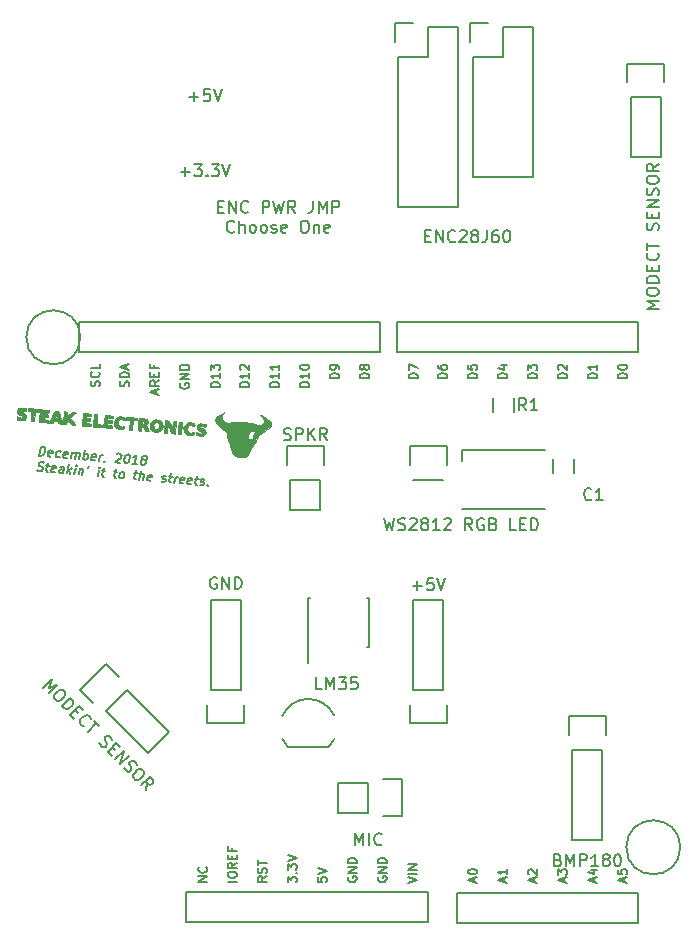
<source format=gto>
G04 #@! TF.GenerationSoftware,KiCad,Pcbnew,5.0.0-rc2*
G04 #@! TF.CreationDate,2018-12-02T00:46:08-05:00*
G04 #@! TF.ProjectId,uno,756E6F2E6B696361645F706362000000,v1.0*
G04 #@! TF.SameCoordinates,Original*
G04 #@! TF.FileFunction,Legend,Top*
G04 #@! TF.FilePolarity,Positive*
%FSLAX46Y46*%
G04 Gerber Fmt 4.6, Leading zero omitted, Abs format (unit mm)*
G04 Created by KiCad (PCBNEW 5.0.0-rc2) date Sun Dec  2 00:46:08 2018*
%MOMM*%
%LPD*%
G01*
G04 APERTURE LIST*
%ADD10C,0.152400*%
%ADD11C,0.150000*%
%ADD12C,0.010000*%
G04 APERTURE END LIST*
D10*
X34717372Y-89977371D02*
X35435792Y-89258951D01*
X35162108Y-90011582D01*
X35914739Y-89737898D01*
X35196319Y-90456318D01*
X36393686Y-90216845D02*
X36530528Y-90353687D01*
X36564739Y-90456318D01*
X36564739Y-90593160D01*
X36462107Y-90764213D01*
X36222634Y-91003686D01*
X36051581Y-91106318D01*
X35914739Y-91106318D01*
X35812108Y-91072107D01*
X35675266Y-90935265D01*
X35641055Y-90832634D01*
X35641055Y-90695792D01*
X35743687Y-90524739D01*
X35983160Y-90285266D01*
X36154213Y-90182634D01*
X36291055Y-90182634D01*
X36393686Y-90216845D01*
X36291055Y-91551054D02*
X37009475Y-90832634D01*
X37180528Y-91003686D01*
X37248949Y-91140528D01*
X37248949Y-91277370D01*
X37214738Y-91380002D01*
X37112107Y-91551054D01*
X37009475Y-91653686D01*
X36838423Y-91756317D01*
X36735791Y-91790528D01*
X36598949Y-91790528D01*
X36462107Y-91722107D01*
X36291055Y-91551054D01*
X37385791Y-91893159D02*
X37625264Y-92132633D01*
X37351580Y-92611580D02*
X37009475Y-92269475D01*
X37727896Y-91551054D01*
X38070001Y-91893159D01*
X38138422Y-93261579D02*
X38070001Y-93261579D01*
X37933159Y-93193158D01*
X37864738Y-93124737D01*
X37796317Y-92987895D01*
X37796317Y-92851053D01*
X37830527Y-92748422D01*
X37933159Y-92577369D01*
X38035790Y-92474738D01*
X38206843Y-92372106D01*
X38309474Y-92337896D01*
X38446316Y-92337896D01*
X38583158Y-92406317D01*
X38651579Y-92474738D01*
X38720000Y-92611580D01*
X38720000Y-92680001D01*
X38993684Y-92816843D02*
X39404210Y-93227369D01*
X38480527Y-93740526D02*
X39198947Y-93022106D01*
X39472631Y-94664209D02*
X39541052Y-94801051D01*
X39712104Y-94972104D01*
X39814736Y-95006314D01*
X39883157Y-95006314D01*
X39985788Y-94972104D01*
X40054209Y-94903683D01*
X40088420Y-94801051D01*
X40088420Y-94732630D01*
X40054209Y-94629999D01*
X39951578Y-94458946D01*
X39917367Y-94356315D01*
X39917367Y-94287894D01*
X39951578Y-94185262D01*
X40019999Y-94116841D01*
X40122630Y-94082631D01*
X40191051Y-94082631D01*
X40293683Y-94116841D01*
X40464735Y-94287894D01*
X40533156Y-94424736D01*
X40533156Y-95040525D02*
X40772630Y-95279998D01*
X40498946Y-95758945D02*
X40156841Y-95416840D01*
X40875261Y-94698420D01*
X41217366Y-95040525D01*
X40806840Y-96066840D02*
X41525261Y-95348419D01*
X41217366Y-96477366D01*
X41935787Y-95758945D01*
X41559471Y-96751050D02*
X41627892Y-96887892D01*
X41798945Y-97058944D01*
X41901576Y-97093155D01*
X41969997Y-97093155D01*
X42072629Y-97058944D01*
X42141050Y-96990523D01*
X42175260Y-96887892D01*
X42175260Y-96819471D01*
X42141050Y-96716839D01*
X42038418Y-96545787D01*
X42004208Y-96443155D01*
X42004208Y-96374734D01*
X42038418Y-96272103D01*
X42106839Y-96203682D01*
X42209471Y-96169471D01*
X42277892Y-96169471D01*
X42380523Y-96203682D01*
X42551576Y-96374734D01*
X42619997Y-96511576D01*
X43098944Y-96922102D02*
X43235786Y-97058944D01*
X43269996Y-97161576D01*
X43269996Y-97298418D01*
X43167365Y-97469470D01*
X42927891Y-97708944D01*
X42756839Y-97811575D01*
X42619997Y-97811575D01*
X42517365Y-97777365D01*
X42380523Y-97640523D01*
X42346313Y-97537891D01*
X42346313Y-97401049D01*
X42448944Y-97229997D01*
X42688418Y-96990523D01*
X42859470Y-96887892D01*
X42996312Y-96887892D01*
X43098944Y-96922102D01*
X43406838Y-98666838D02*
X43509470Y-98085259D01*
X42996312Y-98256312D02*
X43714733Y-97537891D01*
X43988417Y-97811575D01*
X44022627Y-97914207D01*
X44022627Y-97982628D01*
X43988417Y-98085259D01*
X43885785Y-98187891D01*
X43783154Y-98222101D01*
X43714733Y-98222101D01*
X43612101Y-98187891D01*
X43338417Y-97914207D01*
X66003714Y-81352571D02*
X66777809Y-81352571D01*
X66390761Y-81739619D02*
X66390761Y-80965523D01*
X67745428Y-80723619D02*
X67261619Y-80723619D01*
X67213238Y-81207428D01*
X67261619Y-81159047D01*
X67358380Y-81110666D01*
X67600285Y-81110666D01*
X67697047Y-81159047D01*
X67745428Y-81207428D01*
X67793809Y-81304190D01*
X67793809Y-81546095D01*
X67745428Y-81642857D01*
X67697047Y-81691238D01*
X67600285Y-81739619D01*
X67358380Y-81739619D01*
X67261619Y-81691238D01*
X67213238Y-81642857D01*
X68084095Y-80723619D02*
X68422761Y-81739619D01*
X68761428Y-80723619D01*
X67031809Y-51743428D02*
X67370476Y-51743428D01*
X67515619Y-52275619D02*
X67031809Y-52275619D01*
X67031809Y-51259619D01*
X67515619Y-51259619D01*
X67951047Y-52275619D02*
X67951047Y-51259619D01*
X68531619Y-52275619D01*
X68531619Y-51259619D01*
X69595999Y-52178857D02*
X69547619Y-52227238D01*
X69402476Y-52275619D01*
X69305714Y-52275619D01*
X69160571Y-52227238D01*
X69063809Y-52130476D01*
X69015428Y-52033714D01*
X68967047Y-51840190D01*
X68967047Y-51695047D01*
X69015428Y-51501523D01*
X69063809Y-51404761D01*
X69160571Y-51308000D01*
X69305714Y-51259619D01*
X69402476Y-51259619D01*
X69547619Y-51308000D01*
X69595999Y-51356380D01*
X69983047Y-51356380D02*
X70031428Y-51308000D01*
X70128190Y-51259619D01*
X70370095Y-51259619D01*
X70466857Y-51308000D01*
X70515238Y-51356380D01*
X70563619Y-51453142D01*
X70563619Y-51549904D01*
X70515238Y-51695047D01*
X69934666Y-52275619D01*
X70563619Y-52275619D01*
X71144190Y-51695047D02*
X71047428Y-51646666D01*
X70999047Y-51598285D01*
X70950666Y-51501523D01*
X70950666Y-51453142D01*
X70999047Y-51356380D01*
X71047428Y-51308000D01*
X71144190Y-51259619D01*
X71337714Y-51259619D01*
X71434476Y-51308000D01*
X71482857Y-51356380D01*
X71531238Y-51453142D01*
X71531238Y-51501523D01*
X71482857Y-51598285D01*
X71434476Y-51646666D01*
X71337714Y-51695047D01*
X71144190Y-51695047D01*
X71047428Y-51743428D01*
X70999047Y-51791809D01*
X70950666Y-51888571D01*
X70950666Y-52082095D01*
X70999047Y-52178857D01*
X71047428Y-52227238D01*
X71144190Y-52275619D01*
X71337714Y-52275619D01*
X71434476Y-52227238D01*
X71482857Y-52178857D01*
X71531238Y-52082095D01*
X71531238Y-51888571D01*
X71482857Y-51791809D01*
X71434476Y-51743428D01*
X71337714Y-51695047D01*
X72256952Y-51259619D02*
X72256952Y-51985333D01*
X72208571Y-52130476D01*
X72111809Y-52227238D01*
X71966666Y-52275619D01*
X71869904Y-52275619D01*
X73176190Y-51259619D02*
X72982666Y-51259619D01*
X72885904Y-51308000D01*
X72837523Y-51356380D01*
X72740761Y-51501523D01*
X72692380Y-51695047D01*
X72692380Y-52082095D01*
X72740761Y-52178857D01*
X72789142Y-52227238D01*
X72885904Y-52275619D01*
X73079428Y-52275619D01*
X73176190Y-52227238D01*
X73224571Y-52178857D01*
X73272952Y-52082095D01*
X73272952Y-51840190D01*
X73224571Y-51743428D01*
X73176190Y-51695047D01*
X73079428Y-51646666D01*
X72885904Y-51646666D01*
X72789142Y-51695047D01*
X72740761Y-51743428D01*
X72692380Y-51840190D01*
X73901904Y-51259619D02*
X73998666Y-51259619D01*
X74095428Y-51308000D01*
X74143809Y-51356380D01*
X74192190Y-51453142D01*
X74240571Y-51646666D01*
X74240571Y-51888571D01*
X74192190Y-52082095D01*
X74143809Y-52178857D01*
X74095428Y-52227238D01*
X73998666Y-52275619D01*
X73901904Y-52275619D01*
X73805142Y-52227238D01*
X73756761Y-52178857D01*
X73708380Y-52082095D01*
X73659999Y-51888571D01*
X73659999Y-51646666D01*
X73708380Y-51453142D01*
X73756761Y-51356380D01*
X73805142Y-51308000D01*
X73901904Y-51259619D01*
X86819619Y-57936190D02*
X85803619Y-57936190D01*
X86529333Y-57597523D01*
X85803619Y-57258857D01*
X86819619Y-57258857D01*
X85803619Y-56581523D02*
X85803619Y-56388000D01*
X85851999Y-56291238D01*
X85948761Y-56194476D01*
X86142285Y-56146095D01*
X86480952Y-56146095D01*
X86674476Y-56194476D01*
X86771238Y-56291238D01*
X86819619Y-56388000D01*
X86819619Y-56581523D01*
X86771238Y-56678285D01*
X86674476Y-56775047D01*
X86480952Y-56823428D01*
X86142285Y-56823428D01*
X85948761Y-56775047D01*
X85851999Y-56678285D01*
X85803619Y-56581523D01*
X86819619Y-55710666D02*
X85803619Y-55710666D01*
X85803619Y-55468761D01*
X85851999Y-55323619D01*
X85948761Y-55226857D01*
X86045523Y-55178476D01*
X86239047Y-55130095D01*
X86384190Y-55130095D01*
X86577714Y-55178476D01*
X86674476Y-55226857D01*
X86771238Y-55323619D01*
X86819619Y-55468761D01*
X86819619Y-55710666D01*
X86287428Y-54694666D02*
X86287428Y-54356000D01*
X86819619Y-54210857D02*
X86819619Y-54694666D01*
X85803619Y-54694666D01*
X85803619Y-54210857D01*
X86722857Y-53194857D02*
X86771238Y-53243238D01*
X86819619Y-53388380D01*
X86819619Y-53485142D01*
X86771238Y-53630285D01*
X86674476Y-53727047D01*
X86577714Y-53775428D01*
X86384190Y-53823809D01*
X86239047Y-53823809D01*
X86045523Y-53775428D01*
X85948761Y-53727047D01*
X85851999Y-53630285D01*
X85803619Y-53485142D01*
X85803619Y-53388380D01*
X85851999Y-53243238D01*
X85900380Y-53194857D01*
X85803619Y-52904571D02*
X85803619Y-52324000D01*
X86819619Y-52614285D02*
X85803619Y-52614285D01*
X86771238Y-51259619D02*
X86819619Y-51114476D01*
X86819619Y-50872571D01*
X86771238Y-50775809D01*
X86722857Y-50727428D01*
X86626095Y-50679047D01*
X86529333Y-50679047D01*
X86432571Y-50727428D01*
X86384190Y-50775809D01*
X86335809Y-50872571D01*
X86287428Y-51066095D01*
X86239047Y-51162857D01*
X86190666Y-51211238D01*
X86093904Y-51259619D01*
X85997142Y-51259619D01*
X85900380Y-51211238D01*
X85852000Y-51162857D01*
X85803619Y-51066095D01*
X85803619Y-50824190D01*
X85852000Y-50679047D01*
X86287428Y-50243619D02*
X86287428Y-49904952D01*
X86819619Y-49759809D02*
X86819619Y-50243619D01*
X85803619Y-50243619D01*
X85803619Y-49759809D01*
X86819619Y-49324380D02*
X85803619Y-49324380D01*
X86819619Y-48743809D01*
X85803619Y-48743809D01*
X86771238Y-48308380D02*
X86819619Y-48163238D01*
X86819619Y-47921333D01*
X86771238Y-47824571D01*
X86722857Y-47776190D01*
X86626095Y-47727809D01*
X86529333Y-47727809D01*
X86432571Y-47776190D01*
X86384190Y-47824571D01*
X86335809Y-47921333D01*
X86287428Y-48114857D01*
X86239047Y-48211619D01*
X86190666Y-48260000D01*
X86093904Y-48308380D01*
X85997142Y-48308380D01*
X85900380Y-48260000D01*
X85852000Y-48211619D01*
X85803619Y-48114857D01*
X85803619Y-47872952D01*
X85852000Y-47727809D01*
X85803619Y-47098857D02*
X85803619Y-46905333D01*
X85852000Y-46808571D01*
X85948761Y-46711809D01*
X86142285Y-46663428D01*
X86480952Y-46663428D01*
X86674476Y-46711809D01*
X86771238Y-46808571D01*
X86819619Y-46905333D01*
X86819619Y-47098857D01*
X86771238Y-47195619D01*
X86674476Y-47292380D01*
X86480952Y-47340761D01*
X86142285Y-47340761D01*
X85948761Y-47292380D01*
X85852000Y-47195619D01*
X85803619Y-47098857D01*
X86819619Y-45647428D02*
X86335809Y-45986095D01*
X86819619Y-46228000D02*
X85803619Y-46228000D01*
X85803619Y-45840952D01*
X85852000Y-45744190D01*
X85900380Y-45695809D01*
X85997142Y-45647428D01*
X86142285Y-45647428D01*
X86239047Y-45695809D01*
X86287428Y-45744190D01*
X86335809Y-45840952D01*
X86335809Y-46228000D01*
X78304571Y-104575428D02*
X78449714Y-104623809D01*
X78498095Y-104672190D01*
X78546476Y-104768952D01*
X78546476Y-104914095D01*
X78498095Y-105010857D01*
X78449714Y-105059238D01*
X78352952Y-105107619D01*
X77965904Y-105107619D01*
X77965904Y-104091619D01*
X78304571Y-104091619D01*
X78401333Y-104140000D01*
X78449714Y-104188380D01*
X78498095Y-104285142D01*
X78498095Y-104381904D01*
X78449714Y-104478666D01*
X78401333Y-104527047D01*
X78304571Y-104575428D01*
X77965904Y-104575428D01*
X78981904Y-105107619D02*
X78981904Y-104091619D01*
X79320571Y-104817333D01*
X79659238Y-104091619D01*
X79659238Y-105107619D01*
X80143047Y-105107619D02*
X80143047Y-104091619D01*
X80530095Y-104091619D01*
X80626857Y-104140000D01*
X80675238Y-104188380D01*
X80723619Y-104285142D01*
X80723619Y-104430285D01*
X80675238Y-104527047D01*
X80626857Y-104575428D01*
X80530095Y-104623809D01*
X80143047Y-104623809D01*
X81691238Y-105107619D02*
X81110666Y-105107619D01*
X81400952Y-105107619D02*
X81400952Y-104091619D01*
X81304190Y-104236761D01*
X81207428Y-104333523D01*
X81110666Y-104381904D01*
X82271809Y-104527047D02*
X82175047Y-104478666D01*
X82126666Y-104430285D01*
X82078285Y-104333523D01*
X82078285Y-104285142D01*
X82126666Y-104188380D01*
X82175047Y-104140000D01*
X82271809Y-104091619D01*
X82465333Y-104091619D01*
X82562095Y-104140000D01*
X82610476Y-104188380D01*
X82658857Y-104285142D01*
X82658857Y-104333523D01*
X82610476Y-104430285D01*
X82562095Y-104478666D01*
X82465333Y-104527047D01*
X82271809Y-104527047D01*
X82175047Y-104575428D01*
X82126666Y-104623809D01*
X82078285Y-104720571D01*
X82078285Y-104914095D01*
X82126666Y-105010857D01*
X82175047Y-105059238D01*
X82271809Y-105107619D01*
X82465333Y-105107619D01*
X82562095Y-105059238D01*
X82610476Y-105010857D01*
X82658857Y-104914095D01*
X82658857Y-104720571D01*
X82610476Y-104623809D01*
X82562095Y-104575428D01*
X82465333Y-104527047D01*
X83287809Y-104091619D02*
X83384571Y-104091619D01*
X83481333Y-104140000D01*
X83529714Y-104188380D01*
X83578095Y-104285142D01*
X83626476Y-104478666D01*
X83626476Y-104720571D01*
X83578095Y-104914095D01*
X83529714Y-105010857D01*
X83481333Y-105059238D01*
X83384571Y-105107619D01*
X83287809Y-105107619D01*
X83191047Y-105059238D01*
X83142666Y-105010857D01*
X83094285Y-104914095D01*
X83045904Y-104720571D01*
X83045904Y-104478666D01*
X83094285Y-104285142D01*
X83142666Y-104188380D01*
X83191047Y-104140000D01*
X83287809Y-104091619D01*
X55081714Y-68991238D02*
X55226857Y-69039619D01*
X55468761Y-69039619D01*
X55565523Y-68991238D01*
X55613904Y-68942857D01*
X55662285Y-68846095D01*
X55662285Y-68749333D01*
X55613904Y-68652571D01*
X55565523Y-68604190D01*
X55468761Y-68555809D01*
X55275238Y-68507428D01*
X55178476Y-68459047D01*
X55130095Y-68410666D01*
X55081714Y-68313904D01*
X55081714Y-68217142D01*
X55130095Y-68120380D01*
X55178476Y-68072000D01*
X55275238Y-68023619D01*
X55517142Y-68023619D01*
X55662285Y-68072000D01*
X56097714Y-69039619D02*
X56097714Y-68023619D01*
X56484761Y-68023619D01*
X56581523Y-68072000D01*
X56629904Y-68120380D01*
X56678285Y-68217142D01*
X56678285Y-68362285D01*
X56629904Y-68459047D01*
X56581523Y-68507428D01*
X56484761Y-68555809D01*
X56097714Y-68555809D01*
X57113714Y-69039619D02*
X57113714Y-68023619D01*
X57694285Y-69039619D02*
X57258857Y-68459047D01*
X57694285Y-68023619D02*
X57113714Y-68604190D01*
X58710285Y-69039619D02*
X58371619Y-68555809D01*
X58129714Y-69039619D02*
X58129714Y-68023619D01*
X58516761Y-68023619D01*
X58613523Y-68072000D01*
X58661904Y-68120380D01*
X58710285Y-68217142D01*
X58710285Y-68362285D01*
X58661904Y-68459047D01*
X58613523Y-68507428D01*
X58516761Y-68555809D01*
X58129714Y-68555809D01*
X61141428Y-103329619D02*
X61141428Y-102313619D01*
X61480095Y-103039333D01*
X61818761Y-102313619D01*
X61818761Y-103329619D01*
X62302571Y-103329619D02*
X62302571Y-102313619D01*
X63366952Y-103232857D02*
X63318571Y-103281238D01*
X63173428Y-103329619D01*
X63076666Y-103329619D01*
X62931523Y-103281238D01*
X62834761Y-103184476D01*
X62786380Y-103087714D01*
X62737999Y-102894190D01*
X62737999Y-102749047D01*
X62786380Y-102555523D01*
X62834761Y-102458761D01*
X62931523Y-102362000D01*
X63076666Y-102313619D01*
X63173428Y-102313619D01*
X63318571Y-102362000D01*
X63366952Y-102410380D01*
X49505809Y-49254228D02*
X49844476Y-49254228D01*
X49989619Y-49786419D02*
X49505809Y-49786419D01*
X49505809Y-48770419D01*
X49989619Y-48770419D01*
X50425047Y-49786419D02*
X50425047Y-48770419D01*
X51005619Y-49786419D01*
X51005619Y-48770419D01*
X52069999Y-49689657D02*
X52021619Y-49738038D01*
X51876476Y-49786419D01*
X51779714Y-49786419D01*
X51634571Y-49738038D01*
X51537809Y-49641276D01*
X51489428Y-49544514D01*
X51441047Y-49350990D01*
X51441047Y-49205847D01*
X51489428Y-49012323D01*
X51537809Y-48915561D01*
X51634571Y-48818800D01*
X51779714Y-48770419D01*
X51876476Y-48770419D01*
X52021619Y-48818800D01*
X52069999Y-48867180D01*
X53279523Y-49786419D02*
X53279523Y-48770419D01*
X53666571Y-48770419D01*
X53763333Y-48818800D01*
X53811714Y-48867180D01*
X53860095Y-48963942D01*
X53860095Y-49109085D01*
X53811714Y-49205847D01*
X53763333Y-49254228D01*
X53666571Y-49302609D01*
X53279523Y-49302609D01*
X54198761Y-48770419D02*
X54440666Y-49786419D01*
X54634190Y-49060704D01*
X54827714Y-49786419D01*
X55069619Y-48770419D01*
X56037238Y-49786419D02*
X55698571Y-49302609D01*
X55456666Y-49786419D02*
X55456666Y-48770419D01*
X55843714Y-48770419D01*
X55940476Y-48818800D01*
X55988857Y-48867180D01*
X56037238Y-48963942D01*
X56037238Y-49109085D01*
X55988857Y-49205847D01*
X55940476Y-49254228D01*
X55843714Y-49302609D01*
X55456666Y-49302609D01*
X57537047Y-48770419D02*
X57537047Y-49496133D01*
X57488666Y-49641276D01*
X57391904Y-49738038D01*
X57246761Y-49786419D01*
X57149999Y-49786419D01*
X58020857Y-49786419D02*
X58020857Y-48770419D01*
X58359523Y-49496133D01*
X58698190Y-48770419D01*
X58698190Y-49786419D01*
X59181999Y-49786419D02*
X59181999Y-48770419D01*
X59569047Y-48770419D01*
X59665809Y-48818800D01*
X59714190Y-48867180D01*
X59762571Y-48963942D01*
X59762571Y-49109085D01*
X59714190Y-49205847D01*
X59665809Y-49254228D01*
X59569047Y-49302609D01*
X59181999Y-49302609D01*
X50884666Y-51366057D02*
X50836285Y-51414438D01*
X50691142Y-51462819D01*
X50594380Y-51462819D01*
X50449238Y-51414438D01*
X50352476Y-51317676D01*
X50304095Y-51220914D01*
X50255714Y-51027390D01*
X50255714Y-50882247D01*
X50304095Y-50688723D01*
X50352476Y-50591961D01*
X50449238Y-50495200D01*
X50594380Y-50446819D01*
X50691142Y-50446819D01*
X50836285Y-50495200D01*
X50884666Y-50543580D01*
X51320095Y-51462819D02*
X51320095Y-50446819D01*
X51755523Y-51462819D02*
X51755523Y-50930628D01*
X51707142Y-50833866D01*
X51610380Y-50785485D01*
X51465238Y-50785485D01*
X51368476Y-50833866D01*
X51320095Y-50882247D01*
X52384476Y-51462819D02*
X52287714Y-51414438D01*
X52239333Y-51366057D01*
X52190952Y-51269295D01*
X52190952Y-50979009D01*
X52239333Y-50882247D01*
X52287714Y-50833866D01*
X52384476Y-50785485D01*
X52529619Y-50785485D01*
X52626380Y-50833866D01*
X52674761Y-50882247D01*
X52723142Y-50979009D01*
X52723142Y-51269295D01*
X52674761Y-51366057D01*
X52626380Y-51414438D01*
X52529619Y-51462819D01*
X52384476Y-51462819D01*
X53303714Y-51462819D02*
X53206952Y-51414438D01*
X53158571Y-51366057D01*
X53110190Y-51269295D01*
X53110190Y-50979009D01*
X53158571Y-50882247D01*
X53206952Y-50833866D01*
X53303714Y-50785485D01*
X53448857Y-50785485D01*
X53545619Y-50833866D01*
X53594000Y-50882247D01*
X53642380Y-50979009D01*
X53642380Y-51269295D01*
X53594000Y-51366057D01*
X53545619Y-51414438D01*
X53448857Y-51462819D01*
X53303714Y-51462819D01*
X54029428Y-51414438D02*
X54126190Y-51462819D01*
X54319714Y-51462819D01*
X54416476Y-51414438D01*
X54464857Y-51317676D01*
X54464857Y-51269295D01*
X54416476Y-51172533D01*
X54319714Y-51124152D01*
X54174571Y-51124152D01*
X54077809Y-51075771D01*
X54029428Y-50979009D01*
X54029428Y-50930628D01*
X54077809Y-50833866D01*
X54174571Y-50785485D01*
X54319714Y-50785485D01*
X54416476Y-50833866D01*
X55287333Y-51414438D02*
X55190571Y-51462819D01*
X54997047Y-51462819D01*
X54900285Y-51414438D01*
X54851904Y-51317676D01*
X54851904Y-50930628D01*
X54900285Y-50833866D01*
X54997047Y-50785485D01*
X55190571Y-50785485D01*
X55287333Y-50833866D01*
X55335714Y-50930628D01*
X55335714Y-51027390D01*
X54851904Y-51124152D01*
X56738761Y-50446819D02*
X56932285Y-50446819D01*
X57029047Y-50495200D01*
X57125809Y-50591961D01*
X57174190Y-50785485D01*
X57174190Y-51124152D01*
X57125809Y-51317676D01*
X57029047Y-51414438D01*
X56932285Y-51462819D01*
X56738761Y-51462819D01*
X56642000Y-51414438D01*
X56545238Y-51317676D01*
X56496857Y-51124152D01*
X56496857Y-50785485D01*
X56545238Y-50591961D01*
X56642000Y-50495200D01*
X56738761Y-50446819D01*
X57609619Y-50785485D02*
X57609619Y-51462819D01*
X57609619Y-50882247D02*
X57658000Y-50833866D01*
X57754761Y-50785485D01*
X57899904Y-50785485D01*
X57996666Y-50833866D01*
X58045047Y-50930628D01*
X58045047Y-51462819D01*
X58915904Y-51414438D02*
X58819142Y-51462819D01*
X58625619Y-51462819D01*
X58528857Y-51414438D01*
X58480476Y-51317676D01*
X58480476Y-50930628D01*
X58528857Y-50833866D01*
X58625619Y-50785485D01*
X58819142Y-50785485D01*
X58915904Y-50833866D01*
X58964285Y-50930628D01*
X58964285Y-51027390D01*
X58480476Y-51124152D01*
X34346346Y-70335009D02*
X34507647Y-69584210D01*
X34688385Y-69600022D01*
X34789147Y-69645262D01*
X34846080Y-69723092D01*
X34866866Y-69797759D01*
X34872290Y-69943931D01*
X34849247Y-70051188D01*
X34782375Y-70191035D01*
X34730866Y-70259377D01*
X34643208Y-70324556D01*
X34527085Y-70350821D01*
X34346346Y-70335009D01*
X35402309Y-70390969D02*
X35322333Y-70420396D01*
X35177742Y-70407746D01*
X35113128Y-70365669D01*
X35092342Y-70291002D01*
X35153790Y-70004983D01*
X35205299Y-69936641D01*
X35285275Y-69907214D01*
X35429866Y-69919864D01*
X35494480Y-69961941D01*
X35515266Y-70036608D01*
X35499904Y-70108113D01*
X35123066Y-70147992D01*
X36089114Y-70451057D02*
X36009138Y-70480484D01*
X35864547Y-70467834D01*
X35799933Y-70425757D01*
X35771466Y-70386842D01*
X35750680Y-70312175D01*
X35796766Y-70097661D01*
X35848276Y-70029319D01*
X35892104Y-69996729D01*
X35972081Y-69967301D01*
X36116671Y-69979951D01*
X36181285Y-70022029D01*
X36703624Y-70504819D02*
X36623647Y-70534247D01*
X36479057Y-70521597D01*
X36414443Y-70479519D01*
X36393657Y-70404852D01*
X36455105Y-70118833D01*
X36506614Y-70050491D01*
X36586590Y-70021064D01*
X36731181Y-70033714D01*
X36795795Y-70075791D01*
X36816581Y-70150459D01*
X36801219Y-70221963D01*
X36424381Y-70261843D01*
X37057419Y-70572197D02*
X37164953Y-70071664D01*
X37149591Y-70143169D02*
X37193419Y-70110579D01*
X37273395Y-70081152D01*
X37381838Y-70090639D01*
X37446453Y-70132717D01*
X37467238Y-70207384D01*
X37382748Y-70600659D01*
X37467238Y-70207384D02*
X37518748Y-70139042D01*
X37598724Y-70109614D01*
X37707167Y-70119102D01*
X37771781Y-70161179D01*
X37792567Y-70235846D01*
X37708077Y-70629122D01*
X38069553Y-70660747D02*
X38230853Y-69909948D01*
X38169405Y-70195967D02*
X38249382Y-70166539D01*
X38393972Y-70179189D01*
X38458586Y-70221267D01*
X38487053Y-70260182D01*
X38507839Y-70334849D01*
X38461753Y-70549363D01*
X38410244Y-70617705D01*
X38366415Y-70650295D01*
X38286439Y-70679722D01*
X38141848Y-70667072D01*
X38077234Y-70624995D01*
X39053220Y-70710382D02*
X38973244Y-70739810D01*
X38828653Y-70727160D01*
X38764039Y-70685082D01*
X38743253Y-70610415D01*
X38804701Y-70324397D01*
X38856210Y-70256054D01*
X38936187Y-70226627D01*
X39080777Y-70239277D01*
X39145392Y-70281354D01*
X39166177Y-70356022D01*
X39150815Y-70427526D01*
X38773977Y-70467406D01*
X39407015Y-70777760D02*
X39514549Y-70277227D01*
X39483825Y-70420236D02*
X39535335Y-70351894D01*
X39579163Y-70319305D01*
X39659139Y-70289877D01*
X39731435Y-70296202D01*
X39920763Y-70786283D02*
X39913082Y-70822035D01*
X39861573Y-70890377D01*
X39817744Y-70922967D01*
X40926564Y-70218641D02*
X40970392Y-70186051D01*
X41050369Y-70156624D01*
X41231107Y-70172436D01*
X41295721Y-70214514D01*
X41324188Y-70253429D01*
X41344974Y-70328096D01*
X41329612Y-70399600D01*
X41270421Y-70503695D01*
X40744478Y-70894773D01*
X41214397Y-70935885D01*
X41845617Y-70226199D02*
X41917912Y-70232524D01*
X41982526Y-70274601D01*
X42010993Y-70313516D01*
X42031779Y-70388183D01*
X42037202Y-70534355D01*
X41998798Y-70713117D01*
X41931926Y-70852964D01*
X41880417Y-70921306D01*
X41836588Y-70953895D01*
X41756612Y-70983323D01*
X41684316Y-70976998D01*
X41619702Y-70934920D01*
X41591236Y-70896006D01*
X41570450Y-70821338D01*
X41565026Y-70675167D01*
X41603431Y-70496405D01*
X41670302Y-70356558D01*
X41721812Y-70288216D01*
X41765640Y-70255626D01*
X41845617Y-70226199D01*
X42660303Y-71062385D02*
X42226531Y-71024435D01*
X42443417Y-71043410D02*
X42604717Y-70292612D01*
X42509379Y-70393544D01*
X42421722Y-70458723D01*
X42341745Y-70488151D01*
X43186246Y-70671308D02*
X43121632Y-70629230D01*
X43093165Y-70590316D01*
X43072379Y-70515648D01*
X43080060Y-70479896D01*
X43131570Y-70411554D01*
X43175398Y-70378964D01*
X43255375Y-70349537D01*
X43399965Y-70362187D01*
X43464579Y-70404264D01*
X43493046Y-70443179D01*
X43513832Y-70517846D01*
X43506151Y-70553598D01*
X43454641Y-70621941D01*
X43410813Y-70654530D01*
X43330836Y-70683958D01*
X43186246Y-70671308D01*
X43106270Y-70700735D01*
X43062441Y-70733325D01*
X43010931Y-70801667D01*
X42980208Y-70944676D01*
X43000993Y-71019343D01*
X43029460Y-71058258D01*
X43094074Y-71100336D01*
X43238665Y-71112986D01*
X43318641Y-71083558D01*
X43362470Y-71050968D01*
X43413979Y-70982626D01*
X43444703Y-70839617D01*
X43423917Y-70764950D01*
X43395451Y-70726035D01*
X43330836Y-70683958D01*
X34204978Y-71586565D02*
X34305740Y-71631805D01*
X34486478Y-71647617D01*
X34566454Y-71618190D01*
X34610283Y-71585600D01*
X34661792Y-71517258D01*
X34677154Y-71445753D01*
X34656368Y-71371086D01*
X34627902Y-71332171D01*
X34563287Y-71290094D01*
X34426378Y-71241692D01*
X34361764Y-71199614D01*
X34333297Y-71160699D01*
X34312511Y-71086032D01*
X34327873Y-71014528D01*
X34379383Y-70946185D01*
X34423211Y-70913596D01*
X34503187Y-70884168D01*
X34683926Y-70899981D01*
X34784688Y-70945221D01*
X34955488Y-71178710D02*
X35244669Y-71204010D01*
X35117697Y-70937931D02*
X34979440Y-71581473D01*
X35000226Y-71656140D01*
X35064840Y-71698217D01*
X35137135Y-71704542D01*
X35687031Y-71716228D02*
X35607055Y-71745655D01*
X35462464Y-71733005D01*
X35397850Y-71690927D01*
X35377064Y-71616260D01*
X35438512Y-71330242D01*
X35490021Y-71261900D01*
X35569997Y-71232472D01*
X35714588Y-71245122D01*
X35779202Y-71287200D01*
X35799988Y-71361867D01*
X35784626Y-71433371D01*
X35407788Y-71473251D01*
X36366155Y-71812068D02*
X36450645Y-71418792D01*
X36429860Y-71344125D01*
X36365245Y-71302047D01*
X36220655Y-71289397D01*
X36140679Y-71318825D01*
X36373836Y-71776315D02*
X36293860Y-71805743D01*
X36113121Y-71789930D01*
X36048507Y-71747853D01*
X36027721Y-71673185D01*
X36043083Y-71601681D01*
X36094593Y-71533339D01*
X36174569Y-71503911D01*
X36355307Y-71519724D01*
X36435284Y-71490297D01*
X36727631Y-71843693D02*
X36888931Y-71092894D01*
X36861374Y-71563999D02*
X37016812Y-71868993D01*
X37124346Y-71368460D02*
X36773717Y-71629179D01*
X37342141Y-71897455D02*
X37449675Y-71396923D01*
X37503441Y-71146656D02*
X37459613Y-71179246D01*
X37488079Y-71218161D01*
X37531908Y-71185571D01*
X37503441Y-71146656D01*
X37488079Y-71218161D01*
X37811151Y-71428548D02*
X37703617Y-71929080D01*
X37795789Y-71500052D02*
X37839618Y-71467463D01*
X37919594Y-71438035D01*
X38028037Y-71447523D01*
X38092651Y-71489600D01*
X38113437Y-71564267D01*
X38028946Y-71957543D01*
X38587870Y-71241532D02*
X38484851Y-71378216D01*
X39330261Y-72071393D02*
X39437795Y-71570861D01*
X39491561Y-71320594D02*
X39447733Y-71353184D01*
X39476199Y-71392099D01*
X39520028Y-71359509D01*
X39491561Y-71320594D01*
X39476199Y-71392099D01*
X39690828Y-71592998D02*
X39980009Y-71618298D01*
X39853038Y-71352220D02*
X39714780Y-71995761D01*
X39735566Y-72070428D01*
X39800180Y-72112506D01*
X39872476Y-72118831D01*
X40702962Y-71681549D02*
X40992143Y-71706849D01*
X40865171Y-71440770D02*
X40726914Y-72084312D01*
X40747700Y-72158979D01*
X40812314Y-72201056D01*
X40884609Y-72207381D01*
X41246086Y-72239006D02*
X41181471Y-72196929D01*
X41153005Y-72158014D01*
X41132219Y-72083347D01*
X41178305Y-71868833D01*
X41229814Y-71800491D01*
X41273643Y-71767901D01*
X41353619Y-71738474D01*
X41462062Y-71747961D01*
X41526676Y-71790039D01*
X41555143Y-71828953D01*
X41575929Y-71903621D01*
X41529843Y-72118134D01*
X41478334Y-72186477D01*
X41434505Y-72219066D01*
X41354529Y-72248494D01*
X41246086Y-72239006D01*
X42401901Y-71830186D02*
X42691082Y-71855486D01*
X42564110Y-71589408D02*
X42425853Y-72232949D01*
X42446639Y-72307617D01*
X42511253Y-72349694D01*
X42583548Y-72356019D01*
X42836582Y-72378157D02*
X42997882Y-71627358D01*
X43161910Y-72406619D02*
X43246401Y-72013344D01*
X43225615Y-71938676D01*
X43161001Y-71896599D01*
X43052558Y-71887112D01*
X42972582Y-71916539D01*
X42928753Y-71949129D01*
X43820249Y-72427792D02*
X43740273Y-72457219D01*
X43595682Y-72444569D01*
X43531068Y-72402492D01*
X43510282Y-72327825D01*
X43571730Y-72041806D01*
X43623239Y-71973464D01*
X43703216Y-71944037D01*
X43847806Y-71956687D01*
X43912420Y-71998764D01*
X43933206Y-72073431D01*
X43917844Y-72144936D01*
X43541006Y-72184815D01*
X44723940Y-72506855D02*
X44788554Y-72548932D01*
X44933145Y-72561582D01*
X45013121Y-72532155D01*
X45064630Y-72463813D01*
X45072311Y-72428060D01*
X45051526Y-72353393D01*
X44986911Y-72311316D01*
X44878468Y-72301828D01*
X44813854Y-72259751D01*
X44793068Y-72185084D01*
X44800749Y-72149331D01*
X44852259Y-72080989D01*
X44932235Y-72051562D01*
X45040678Y-72061050D01*
X45105292Y-72103127D01*
X45366007Y-72089512D02*
X45655188Y-72114812D01*
X45528217Y-71848733D02*
X45389959Y-72492275D01*
X45410745Y-72566942D01*
X45475359Y-72609020D01*
X45547654Y-72615345D01*
X45800688Y-72637482D02*
X45908221Y-72136950D01*
X45877498Y-72279959D02*
X45929007Y-72211617D01*
X45972836Y-72179027D01*
X46052812Y-72149600D01*
X46125107Y-72155925D01*
X46567469Y-72668143D02*
X46487493Y-72697570D01*
X46342902Y-72684920D01*
X46278288Y-72642843D01*
X46257502Y-72568175D01*
X46318950Y-72282157D01*
X46370460Y-72213815D01*
X46450436Y-72184387D01*
X46595027Y-72197037D01*
X46659641Y-72239115D01*
X46680427Y-72313782D01*
X46665065Y-72385287D01*
X46288226Y-72425166D01*
X47218127Y-72725068D02*
X47138150Y-72754495D01*
X46993560Y-72741845D01*
X46928946Y-72699768D01*
X46908160Y-72625101D01*
X46969608Y-72339082D01*
X47021117Y-72270740D01*
X47101093Y-72241312D01*
X47245684Y-72253963D01*
X47310298Y-72296040D01*
X47331084Y-72370707D01*
X47315722Y-72442212D01*
X46938884Y-72482091D01*
X47571013Y-72282425D02*
X47860194Y-72307725D01*
X47733222Y-72041646D02*
X47594965Y-72685188D01*
X47615751Y-72759855D01*
X47680365Y-72801933D01*
X47752660Y-72808258D01*
X47977227Y-72791480D02*
X48041841Y-72833558D01*
X48186432Y-72846208D01*
X48266408Y-72816780D01*
X48317918Y-72748438D01*
X48325599Y-72712686D01*
X48304813Y-72638019D01*
X48240199Y-72595942D01*
X48131756Y-72586454D01*
X48067141Y-72544377D01*
X48046356Y-72469710D01*
X48054037Y-72433957D01*
X48105546Y-72365615D01*
X48185522Y-72336188D01*
X48293965Y-72345675D01*
X48358580Y-72387753D01*
X48635565Y-72812653D02*
X48664032Y-72851568D01*
X48620204Y-72884158D01*
X48591737Y-72845243D01*
X48635565Y-72812653D01*
X48620204Y-72884158D01*
X46355000Y-46300571D02*
X47129095Y-46300571D01*
X46742047Y-46687619D02*
X46742047Y-45913523D01*
X47516142Y-45671619D02*
X48145095Y-45671619D01*
X47806428Y-46058666D01*
X47951571Y-46058666D01*
X48048333Y-46107047D01*
X48096714Y-46155428D01*
X48145095Y-46252190D01*
X48145095Y-46494095D01*
X48096714Y-46590857D01*
X48048333Y-46639238D01*
X47951571Y-46687619D01*
X47661285Y-46687619D01*
X47564523Y-46639238D01*
X47516142Y-46590857D01*
X48580523Y-46590857D02*
X48628904Y-46639238D01*
X48580523Y-46687619D01*
X48532142Y-46639238D01*
X48580523Y-46590857D01*
X48580523Y-46687619D01*
X48967571Y-45671619D02*
X49596523Y-45671619D01*
X49257857Y-46058666D01*
X49403000Y-46058666D01*
X49499761Y-46107047D01*
X49548142Y-46155428D01*
X49596523Y-46252190D01*
X49596523Y-46494095D01*
X49548142Y-46590857D01*
X49499761Y-46639238D01*
X49403000Y-46687619D01*
X49112714Y-46687619D01*
X49015952Y-46639238D01*
X48967571Y-46590857D01*
X49886809Y-45671619D02*
X50225476Y-46687619D01*
X50564142Y-45671619D01*
X47080714Y-39950571D02*
X47854809Y-39950571D01*
X47467761Y-40337619D02*
X47467761Y-39563523D01*
X48822428Y-39321619D02*
X48338619Y-39321619D01*
X48290238Y-39805428D01*
X48338619Y-39757047D01*
X48435380Y-39708666D01*
X48677285Y-39708666D01*
X48774047Y-39757047D01*
X48822428Y-39805428D01*
X48870809Y-39902190D01*
X48870809Y-40144095D01*
X48822428Y-40240857D01*
X48774047Y-40289238D01*
X48677285Y-40337619D01*
X48435380Y-40337619D01*
X48338619Y-40289238D01*
X48290238Y-40240857D01*
X49161095Y-39321619D02*
X49499761Y-40337619D01*
X49838428Y-39321619D01*
X63572571Y-75643619D02*
X63814476Y-76659619D01*
X64007999Y-75933904D01*
X64201523Y-76659619D01*
X64443428Y-75643619D01*
X64782095Y-76611238D02*
X64927238Y-76659619D01*
X65169142Y-76659619D01*
X65265904Y-76611238D01*
X65314285Y-76562857D01*
X65362666Y-76466095D01*
X65362666Y-76369333D01*
X65314285Y-76272571D01*
X65265904Y-76224190D01*
X65169142Y-76175809D01*
X64975619Y-76127428D01*
X64878857Y-76079047D01*
X64830476Y-76030666D01*
X64782095Y-75933904D01*
X64782095Y-75837142D01*
X64830476Y-75740380D01*
X64878857Y-75692000D01*
X64975619Y-75643619D01*
X65217523Y-75643619D01*
X65362666Y-75692000D01*
X65749714Y-75740380D02*
X65798095Y-75692000D01*
X65894857Y-75643619D01*
X66136761Y-75643619D01*
X66233523Y-75692000D01*
X66281904Y-75740380D01*
X66330285Y-75837142D01*
X66330285Y-75933904D01*
X66281904Y-76079047D01*
X65701333Y-76659619D01*
X66330285Y-76659619D01*
X66910857Y-76079047D02*
X66814095Y-76030666D01*
X66765714Y-75982285D01*
X66717333Y-75885523D01*
X66717333Y-75837142D01*
X66765714Y-75740380D01*
X66814095Y-75692000D01*
X66910857Y-75643619D01*
X67104380Y-75643619D01*
X67201142Y-75692000D01*
X67249523Y-75740380D01*
X67297904Y-75837142D01*
X67297904Y-75885523D01*
X67249523Y-75982285D01*
X67201142Y-76030666D01*
X67104380Y-76079047D01*
X66910857Y-76079047D01*
X66814095Y-76127428D01*
X66765714Y-76175809D01*
X66717333Y-76272571D01*
X66717333Y-76466095D01*
X66765714Y-76562857D01*
X66814095Y-76611238D01*
X66910857Y-76659619D01*
X67104380Y-76659619D01*
X67201142Y-76611238D01*
X67249523Y-76562857D01*
X67297904Y-76466095D01*
X67297904Y-76272571D01*
X67249523Y-76175809D01*
X67201142Y-76127428D01*
X67104380Y-76079047D01*
X68265523Y-76659619D02*
X67684952Y-76659619D01*
X67975238Y-76659619D02*
X67975238Y-75643619D01*
X67878476Y-75788761D01*
X67781714Y-75885523D01*
X67684952Y-75933904D01*
X68652571Y-75740380D02*
X68700952Y-75692000D01*
X68797714Y-75643619D01*
X69039619Y-75643619D01*
X69136380Y-75692000D01*
X69184761Y-75740380D01*
X69233142Y-75837142D01*
X69233142Y-75933904D01*
X69184761Y-76079047D01*
X68604190Y-76659619D01*
X69233142Y-76659619D01*
X71023238Y-76659619D02*
X70684571Y-76175809D01*
X70442666Y-76659619D02*
X70442666Y-75643619D01*
X70829714Y-75643619D01*
X70926476Y-75692000D01*
X70974857Y-75740380D01*
X71023238Y-75837142D01*
X71023238Y-75982285D01*
X70974857Y-76079047D01*
X70926476Y-76127428D01*
X70829714Y-76175809D01*
X70442666Y-76175809D01*
X71990857Y-75692000D02*
X71894095Y-75643619D01*
X71748952Y-75643619D01*
X71603809Y-75692000D01*
X71507047Y-75788761D01*
X71458666Y-75885523D01*
X71410285Y-76079047D01*
X71410285Y-76224190D01*
X71458666Y-76417714D01*
X71507047Y-76514476D01*
X71603809Y-76611238D01*
X71748952Y-76659619D01*
X71845714Y-76659619D01*
X71990857Y-76611238D01*
X72039238Y-76562857D01*
X72039238Y-76224190D01*
X71845714Y-76224190D01*
X72813333Y-76127428D02*
X72958476Y-76175809D01*
X73006857Y-76224190D01*
X73055238Y-76320952D01*
X73055238Y-76466095D01*
X73006857Y-76562857D01*
X72958476Y-76611238D01*
X72861714Y-76659619D01*
X72474666Y-76659619D01*
X72474666Y-75643619D01*
X72813333Y-75643619D01*
X72910095Y-75692000D01*
X72958476Y-75740380D01*
X73006857Y-75837142D01*
X73006857Y-75933904D01*
X72958476Y-76030666D01*
X72910095Y-76079047D01*
X72813333Y-76127428D01*
X72474666Y-76127428D01*
X74748571Y-76659619D02*
X74264761Y-76659619D01*
X74264761Y-75643619D01*
X75087238Y-76127428D02*
X75425904Y-76127428D01*
X75571047Y-76659619D02*
X75087238Y-76659619D01*
X75087238Y-75643619D01*
X75571047Y-75643619D01*
X76006476Y-76659619D02*
X76006476Y-75643619D01*
X76248380Y-75643619D01*
X76393523Y-75692000D01*
X76490285Y-75788761D01*
X76538666Y-75885523D01*
X76587047Y-76079047D01*
X76587047Y-76224190D01*
X76538666Y-76417714D01*
X76490285Y-76514476D01*
X76393523Y-76611238D01*
X76248380Y-76659619D01*
X76006476Y-76659619D01*
X58329285Y-90121619D02*
X57845476Y-90121619D01*
X57845476Y-89105619D01*
X58667952Y-90121619D02*
X58667952Y-89105619D01*
X59006619Y-89831333D01*
X59345285Y-89105619D01*
X59345285Y-90121619D01*
X59732333Y-89105619D02*
X60361285Y-89105619D01*
X60022619Y-89492666D01*
X60167761Y-89492666D01*
X60264523Y-89541047D01*
X60312904Y-89589428D01*
X60361285Y-89686190D01*
X60361285Y-89928095D01*
X60312904Y-90024857D01*
X60264523Y-90073238D01*
X60167761Y-90121619D01*
X59877476Y-90121619D01*
X59780714Y-90073238D01*
X59732333Y-90024857D01*
X61280523Y-89105619D02*
X60796714Y-89105619D01*
X60748333Y-89589428D01*
X60796714Y-89541047D01*
X60893476Y-89492666D01*
X61135380Y-89492666D01*
X61232142Y-89541047D01*
X61280523Y-89589428D01*
X61328904Y-89686190D01*
X61328904Y-89928095D01*
X61280523Y-90024857D01*
X61232142Y-90073238D01*
X61135380Y-90121619D01*
X60893476Y-90121619D01*
X60796714Y-90073238D01*
X60748333Y-90024857D01*
X49390904Y-80670400D02*
X49294142Y-80622019D01*
X49148999Y-80622019D01*
X49003857Y-80670400D01*
X48907095Y-80767161D01*
X48858714Y-80863923D01*
X48810333Y-81057447D01*
X48810333Y-81202590D01*
X48858714Y-81396114D01*
X48907095Y-81492876D01*
X49003857Y-81589638D01*
X49148999Y-81638019D01*
X49245761Y-81638019D01*
X49390904Y-81589638D01*
X49439285Y-81541257D01*
X49439285Y-81202590D01*
X49245761Y-81202590D01*
X49874714Y-81638019D02*
X49874714Y-80622019D01*
X50455285Y-81638019D01*
X50455285Y-80622019D01*
X50939095Y-81638019D02*
X50939095Y-80622019D01*
X51180999Y-80622019D01*
X51326142Y-80670400D01*
X51422904Y-80767161D01*
X51471285Y-80863923D01*
X51519666Y-81057447D01*
X51519666Y-81202590D01*
X51471285Y-81396114D01*
X51422904Y-81492876D01*
X51326142Y-81589638D01*
X51180999Y-81638019D01*
X50939095Y-81638019D01*
D11*
G04 #@! TO.C,P1*
X68860000Y-92990000D02*
X65760000Y-92990000D01*
X68860000Y-91440000D02*
X68860000Y-92990000D01*
X66040000Y-90170000D02*
X68580000Y-90170000D01*
X68580000Y-82550000D02*
X66040000Y-82550000D01*
X65760000Y-92990000D02*
X65760000Y-91440000D01*
X66040000Y-90170000D02*
X66040000Y-82550000D01*
X68580000Y-90170000D02*
X68580000Y-82550000D01*
G04 #@! TO.C,U5*
X46837600Y-109855000D02*
X67259200Y-109855000D01*
X67259200Y-109855000D02*
X67259200Y-107315000D01*
X67259200Y-107315000D02*
X46837600Y-107315000D01*
X46837600Y-109855000D02*
X46837600Y-107315000D01*
X85064600Y-107340400D02*
X69723000Y-107340400D01*
X85064600Y-109880400D02*
X85064600Y-107340400D01*
X69723000Y-109880400D02*
X85064600Y-109880400D01*
X69723000Y-109880400D02*
X69723000Y-107340400D01*
X85064600Y-61595000D02*
X85064600Y-59055000D01*
X85064600Y-59055000D02*
X64643000Y-59055000D01*
X64643000Y-61595000D02*
X64643000Y-59055000D01*
X64643000Y-61595000D02*
X85064600Y-61595000D01*
X63220600Y-59055000D02*
X37744400Y-59055000D01*
X37744400Y-61595000D02*
X63220600Y-61595000D01*
X63220600Y-61595000D02*
X63220600Y-59055000D01*
X37719000Y-61595000D02*
X37719000Y-59055000D01*
G04 #@! TO.C,U2*
X88646000Y-103505000D02*
G75*
G03X88646000Y-103505000I-2286000J0D01*
G01*
G04 #@! TO.C,U3*
X37846000Y-60325000D02*
G75*
G03X37846000Y-60325000I-2286000J0D01*
G01*
G04 #@! TO.C,LED1*
X70160000Y-74890000D02*
X77160000Y-74890000D01*
X70160000Y-70840000D02*
X70160000Y-69840000D01*
X70160000Y-69840000D02*
X77160000Y-69840000D01*
G04 #@! TO.C,P2*
X76200000Y-34036000D02*
X76200000Y-46736000D01*
X76200000Y-46736000D02*
X71120000Y-46736000D01*
X71120000Y-46736000D02*
X71120000Y-36576000D01*
X76200000Y-34036000D02*
X73660000Y-34036000D01*
X72390000Y-33756000D02*
X70840000Y-33756000D01*
X73660000Y-34036000D02*
X73660000Y-36576000D01*
X73660000Y-36576000D02*
X71120000Y-36576000D01*
X70840000Y-33756000D02*
X70840000Y-35306000D01*
G04 #@! TO.C,P5*
X51435000Y-90170000D02*
X51435000Y-82550000D01*
X48895000Y-90170000D02*
X48895000Y-82550000D01*
X48615000Y-92990000D02*
X48615000Y-91440000D01*
X51435000Y-82550000D02*
X48895000Y-82550000D01*
X48895000Y-90170000D02*
X51435000Y-90170000D01*
X51715000Y-91440000D02*
X51715000Y-92990000D01*
X51715000Y-92990000D02*
X48615000Y-92990000D01*
G04 #@! TO.C,P6*
X68860000Y-69570000D02*
X68860000Y-71120000D01*
X65760000Y-71120000D02*
X65760000Y-69570000D01*
X65760000Y-69570000D02*
X68860000Y-69570000D01*
X66040000Y-72390000D02*
X68580000Y-72390000D01*
G04 #@! TO.C,P7*
X69850000Y-49276000D02*
X69850000Y-34036000D01*
X64770000Y-36576000D02*
X64770000Y-49276000D01*
X69850000Y-49276000D02*
X64770000Y-49276000D01*
X69850000Y-34036000D02*
X67310000Y-34036000D01*
X66040000Y-33756000D02*
X64490000Y-33756000D01*
X67310000Y-34036000D02*
X67310000Y-36576000D01*
X67310000Y-36576000D02*
X64770000Y-36576000D01*
X64490000Y-33756000D02*
X64490000Y-35306000D01*
G04 #@! TO.C,P8*
X37812969Y-90170000D02*
X40005000Y-87977969D01*
X38908984Y-91266016D02*
X37812969Y-90170000D01*
X41801051Y-90170000D02*
X40005000Y-91966051D01*
X40005000Y-87977969D02*
X41101016Y-89073984D01*
X45393154Y-93762102D02*
X41801051Y-90170000D01*
X43597102Y-95558154D02*
X45393154Y-93762102D01*
X40005000Y-91966051D02*
X43597102Y-95558154D01*
G04 #@! TO.C,P9*
X84455000Y-40005000D02*
X84455000Y-45085000D01*
X84455000Y-45085000D02*
X86995000Y-45085000D01*
X86995000Y-45085000D02*
X86995000Y-40005000D01*
X87275000Y-37185000D02*
X87275000Y-38735000D01*
X86995000Y-40005000D02*
X84455000Y-40005000D01*
X84175000Y-38735000D02*
X84175000Y-37185000D01*
X84175000Y-37185000D02*
X87275000Y-37185000D01*
G04 #@! TO.C,P10*
X54962305Y-94341990D02*
G75*
G03X55450000Y-95045000I2187695J996990D01*
G01*
X59337695Y-94341990D02*
G75*
G02X58850000Y-95045000I-2187695J996990D01*
G01*
X55450000Y-95045000D02*
X58850000Y-95045000D01*
X54965121Y-92351873D02*
G75*
G02X57150000Y-90945000I2184879J-993127D01*
G01*
X59334879Y-92351873D02*
G75*
G03X57150000Y-90945000I-2184879J-993127D01*
G01*
G04 #@! TO.C,U6*
X57115000Y-86530000D02*
X57165000Y-86530000D01*
X57115000Y-82380000D02*
X57260000Y-82380000D01*
X62265000Y-82380000D02*
X62120000Y-82380000D01*
X62265000Y-86530000D02*
X62120000Y-86530000D01*
X57115000Y-86530000D02*
X57115000Y-82380000D01*
X62265000Y-86530000D02*
X62265000Y-82380000D01*
X57165000Y-86530000D02*
X57165000Y-87930000D01*
G04 #@! TO.C,C1*
X77865000Y-71800000D02*
X77865000Y-70600000D01*
X79615000Y-70600000D02*
X79615000Y-71800000D01*
G04 #@! TO.C,R1*
X72785000Y-66640000D02*
X72785000Y-65440000D01*
X74535000Y-65440000D02*
X74535000Y-66640000D01*
D12*
G04 #@! TO.C,G\002A\002A\002A*
G36*
X48337428Y-67654978D02*
X48447942Y-67701872D01*
X48485220Y-67772297D01*
X48477956Y-67822514D01*
X48426111Y-67884009D01*
X48364080Y-67879774D01*
X48182900Y-67839472D01*
X48050565Y-67843288D01*
X47982786Y-67890470D01*
X47979959Y-67898232D01*
X47990513Y-67959637D01*
X48074406Y-68006136D01*
X48119217Y-68019957D01*
X48310160Y-68102933D01*
X48431440Y-68217645D01*
X48477656Y-68350702D01*
X48443405Y-68488703D01*
X48351555Y-68596097D01*
X48198426Y-68668194D01*
X47986363Y-68675094D01*
X47732845Y-68623039D01*
X47658553Y-68577037D01*
X47641385Y-68481159D01*
X47642924Y-68458610D01*
X47654773Y-68323173D01*
X47820475Y-68410082D01*
X47968312Y-68466559D01*
X48094171Y-68477816D01*
X48176771Y-68445337D01*
X48197012Y-68383815D01*
X48146427Y-68314312D01*
X48020809Y-68255182D01*
X48010759Y-68252080D01*
X47819381Y-68165039D01*
X47713673Y-68044433D01*
X47691514Y-67903223D01*
X47742555Y-67748646D01*
X47862811Y-67654797D01*
X48051474Y-67622169D01*
X48144560Y-67626247D01*
X48337428Y-67654978D01*
X48337428Y-67654978D01*
G37*
X48337428Y-67654978D02*
X48447942Y-67701872D01*
X48485220Y-67772297D01*
X48477956Y-67822514D01*
X48426111Y-67884009D01*
X48364080Y-67879774D01*
X48182900Y-67839472D01*
X48050565Y-67843288D01*
X47982786Y-67890470D01*
X47979959Y-67898232D01*
X47990513Y-67959637D01*
X48074406Y-68006136D01*
X48119217Y-68019957D01*
X48310160Y-68102933D01*
X48431440Y-68217645D01*
X48477656Y-68350702D01*
X48443405Y-68488703D01*
X48351555Y-68596097D01*
X48198426Y-68668194D01*
X47986363Y-68675094D01*
X47732845Y-68623039D01*
X47658553Y-68577037D01*
X47641385Y-68481159D01*
X47642924Y-68458610D01*
X47654773Y-68323173D01*
X47820475Y-68410082D01*
X47968312Y-68466559D01*
X48094171Y-68477816D01*
X48176771Y-68445337D01*
X48197012Y-68383815D01*
X48146427Y-68314312D01*
X48020809Y-68255182D01*
X48010759Y-68252080D01*
X47819381Y-68165039D01*
X47713673Y-68044433D01*
X47691514Y-67903223D01*
X47742555Y-67748646D01*
X47862811Y-67654797D01*
X48051474Y-67622169D01*
X48144560Y-67626247D01*
X48337428Y-67654978D01*
G36*
X47349451Y-67563728D02*
X47462353Y-67601711D01*
X47513765Y-67661924D01*
X47520251Y-67741254D01*
X47501310Y-67820190D01*
X47447137Y-67824352D01*
X47409995Y-67809265D01*
X47214699Y-67754639D01*
X47056906Y-67777672D01*
X46946105Y-67873891D01*
X46891780Y-68038821D01*
X46890193Y-68054463D01*
X46912009Y-68211626D01*
X46993411Y-68332487D01*
X47113870Y-68399274D01*
X47252856Y-68394213D01*
X47273581Y-68386352D01*
X47391645Y-68351946D01*
X47448996Y-68381283D01*
X47457022Y-68463964D01*
X47413915Y-68561156D01*
X47341489Y-68592298D01*
X47148572Y-68601772D01*
X46951846Y-68572889D01*
X46803503Y-68515452D01*
X46716108Y-68429202D01*
X46637656Y-68299898D01*
X46623473Y-68266578D01*
X46582678Y-68045259D01*
X46630780Y-67838346D01*
X46764318Y-67659093D01*
X46787319Y-67638893D01*
X46896127Y-67564126D01*
X47009568Y-67535191D01*
X47159691Y-67539372D01*
X47349451Y-67563728D01*
X47349451Y-67563728D01*
G37*
X47349451Y-67563728D02*
X47462353Y-67601711D01*
X47513765Y-67661924D01*
X47520251Y-67741254D01*
X47501310Y-67820190D01*
X47447137Y-67824352D01*
X47409995Y-67809265D01*
X47214699Y-67754639D01*
X47056906Y-67777672D01*
X46946105Y-67873891D01*
X46891780Y-68038821D01*
X46890193Y-68054463D01*
X46912009Y-68211626D01*
X46993411Y-68332487D01*
X47113870Y-68399274D01*
X47252856Y-68394213D01*
X47273581Y-68386352D01*
X47391645Y-68351946D01*
X47448996Y-68381283D01*
X47457022Y-68463964D01*
X47413915Y-68561156D01*
X47341489Y-68592298D01*
X47148572Y-68601772D01*
X46951846Y-68572889D01*
X46803503Y-68515452D01*
X46716108Y-68429202D01*
X46637656Y-68299898D01*
X46623473Y-68266578D01*
X46582678Y-68045259D01*
X46630780Y-67838346D01*
X46764318Y-67659093D01*
X46787319Y-67638893D01*
X46896127Y-67564126D01*
X47009568Y-67535191D01*
X47159691Y-67539372D01*
X47349451Y-67563728D01*
G36*
X46384325Y-68537776D02*
X46253975Y-68526372D01*
X46153636Y-68511557D01*
X46106116Y-68494306D01*
X46104082Y-68442871D01*
X46111959Y-68319205D01*
X46128221Y-68142730D01*
X46147606Y-67964816D01*
X46206604Y-67455988D01*
X46476901Y-67479636D01*
X46384325Y-68537776D01*
X46384325Y-68537776D01*
G37*
X46384325Y-68537776D02*
X46253975Y-68526372D01*
X46153636Y-68511557D01*
X46106116Y-68494306D01*
X46104082Y-68442871D01*
X46111959Y-68319205D01*
X46128221Y-68142730D01*
X46147606Y-67964816D01*
X46206604Y-67455988D01*
X46476901Y-67479636D01*
X46384325Y-68537776D01*
G36*
X45280625Y-67381748D02*
X45339395Y-67418902D01*
X45393092Y-67498396D01*
X45457784Y-67639173D01*
X45484368Y-67702513D01*
X45618014Y-68023918D01*
X45658508Y-67717748D01*
X45681581Y-67555191D01*
X45704409Y-67464560D01*
X45738770Y-67426208D01*
X45796445Y-67420482D01*
X45834918Y-67423469D01*
X45970834Y-67435361D01*
X45877773Y-68499054D01*
X45713865Y-68470327D01*
X45627840Y-68448924D01*
X45565021Y-68407853D01*
X45508902Y-68327593D01*
X45442972Y-68188622D01*
X45409278Y-68110157D01*
X45268600Y-67778715D01*
X45226368Y-68105744D01*
X45202575Y-68275292D01*
X45179767Y-68372207D01*
X45148569Y-68415637D01*
X45099611Y-68424731D01*
X45071137Y-68422887D01*
X44958137Y-68413000D01*
X45050712Y-67354860D01*
X45200717Y-67367984D01*
X45280625Y-67381748D01*
X45280625Y-67381748D01*
G37*
X45280625Y-67381748D02*
X45339395Y-67418902D01*
X45393092Y-67498396D01*
X45457784Y-67639173D01*
X45484368Y-67702513D01*
X45618014Y-68023918D01*
X45658508Y-67717748D01*
X45681581Y-67555191D01*
X45704409Y-67464560D01*
X45738770Y-67426208D01*
X45796445Y-67420482D01*
X45834918Y-67423469D01*
X45970834Y-67435361D01*
X45877773Y-68499054D01*
X45713865Y-68470327D01*
X45627840Y-68448924D01*
X45565021Y-68407853D01*
X45508902Y-68327593D01*
X45442972Y-68188622D01*
X45409278Y-68110157D01*
X45268600Y-67778715D01*
X45226368Y-68105744D01*
X45202575Y-68275292D01*
X45179767Y-68372207D01*
X45148569Y-68415637D01*
X45099611Y-68424731D01*
X45071137Y-68422887D01*
X44958137Y-68413000D01*
X45050712Y-67354860D01*
X45200717Y-67367984D01*
X45280625Y-67381748D01*
G36*
X44479612Y-67312129D02*
X44584932Y-67350520D01*
X44666720Y-67420010D01*
X44687762Y-67444197D01*
X44782382Y-67616978D01*
X44813389Y-67813866D01*
X44784698Y-68009351D01*
X44700222Y-68177925D01*
X44563876Y-68294076D01*
X44556829Y-68297544D01*
X44381080Y-68342239D01*
X44174731Y-68338904D01*
X43985114Y-68289081D01*
X43961936Y-68278150D01*
X43837017Y-68167625D01*
X43755139Y-68002664D01*
X43723723Y-67814049D01*
X43733026Y-67750263D01*
X44036642Y-67776826D01*
X44045314Y-67944483D01*
X44068748Y-68016436D01*
X44144950Y-68095376D01*
X44259216Y-68116474D01*
X44379305Y-68081789D01*
X44472975Y-67993380D01*
X44474698Y-67990504D01*
X44525555Y-67826129D01*
X44496680Y-67665594D01*
X44402536Y-67545129D01*
X44319151Y-67491908D01*
X44245777Y-67496500D01*
X44177832Y-67529200D01*
X44083215Y-67627676D01*
X44036642Y-67776826D01*
X43733026Y-67750263D01*
X43750192Y-67632561D01*
X43787393Y-67554204D01*
X43910155Y-67394226D01*
X44042649Y-67309573D01*
X44214650Y-67285405D01*
X44316361Y-67290613D01*
X44479612Y-67312129D01*
X44479612Y-67312129D01*
G37*
X44479612Y-67312129D02*
X44584932Y-67350520D01*
X44666720Y-67420010D01*
X44687762Y-67444197D01*
X44782382Y-67616978D01*
X44813389Y-67813866D01*
X44784698Y-68009351D01*
X44700222Y-68177925D01*
X44563876Y-68294076D01*
X44556829Y-68297544D01*
X44381080Y-68342239D01*
X44174731Y-68338904D01*
X43985114Y-68289081D01*
X43961936Y-68278150D01*
X43837017Y-68167625D01*
X43755139Y-68002664D01*
X43723723Y-67814049D01*
X43733026Y-67750263D01*
X44036642Y-67776826D01*
X44045314Y-67944483D01*
X44068748Y-68016436D01*
X44144950Y-68095376D01*
X44259216Y-68116474D01*
X44379305Y-68081789D01*
X44472975Y-67993380D01*
X44474698Y-67990504D01*
X44525555Y-67826129D01*
X44496680Y-67665594D01*
X44402536Y-67545129D01*
X44319151Y-67491908D01*
X44245777Y-67496500D01*
X44177832Y-67529200D01*
X44083215Y-67627676D01*
X44036642Y-67776826D01*
X43733026Y-67750263D01*
X43750192Y-67632561D01*
X43787393Y-67554204D01*
X43910155Y-67394226D01*
X44042649Y-67309573D01*
X44214650Y-67285405D01*
X44316361Y-67290613D01*
X44479612Y-67312129D01*
G36*
X43287706Y-67203993D02*
X43394397Y-67228779D01*
X43461571Y-67270171D01*
X43515611Y-67338464D01*
X43518567Y-67342962D01*
X43575695Y-67448153D01*
X43598501Y-67526294D01*
X43598362Y-67529125D01*
X43565465Y-67599602D01*
X43492485Y-67693184D01*
X43487453Y-67698602D01*
X43428447Y-67774346D01*
X43420997Y-67813942D01*
X43425774Y-67815354D01*
X43460566Y-67855774D01*
X43511654Y-67952378D01*
X43565384Y-68073975D01*
X43608104Y-68189375D01*
X43626157Y-68267390D01*
X43626017Y-68272770D01*
X43584238Y-68285001D01*
X43484692Y-68283962D01*
X43468521Y-68282676D01*
X43353452Y-68257251D01*
X43291363Y-68187619D01*
X43266706Y-68121996D01*
X43200965Y-67968409D01*
X43122009Y-67863320D01*
X43058821Y-67829607D01*
X43029744Y-67868505D01*
X43005358Y-67971219D01*
X42997988Y-68032898D01*
X42982850Y-68159852D01*
X42954474Y-68218126D01*
X42894029Y-68231235D01*
X42841857Y-68227850D01*
X42703839Y-68215775D01*
X42766227Y-67502681D01*
X43042263Y-67526831D01*
X43061628Y-67621601D01*
X43127479Y-67646315D01*
X43218061Y-67593159D01*
X43220414Y-67590805D01*
X43260348Y-67507237D01*
X43218564Y-67442251D01*
X43141623Y-67419628D01*
X43068699Y-67441893D01*
X43042263Y-67526831D01*
X42766227Y-67502681D01*
X42796415Y-67157635D01*
X43115118Y-67185518D01*
X43287706Y-67203993D01*
X43287706Y-67203993D01*
G37*
X43287706Y-67203993D02*
X43394397Y-67228779D01*
X43461571Y-67270171D01*
X43515611Y-67338464D01*
X43518567Y-67342962D01*
X43575695Y-67448153D01*
X43598501Y-67526294D01*
X43598362Y-67529125D01*
X43565465Y-67599602D01*
X43492485Y-67693184D01*
X43487453Y-67698602D01*
X43428447Y-67774346D01*
X43420997Y-67813942D01*
X43425774Y-67815354D01*
X43460566Y-67855774D01*
X43511654Y-67952378D01*
X43565384Y-68073975D01*
X43608104Y-68189375D01*
X43626157Y-68267390D01*
X43626017Y-68272770D01*
X43584238Y-68285001D01*
X43484692Y-68283962D01*
X43468521Y-68282676D01*
X43353452Y-68257251D01*
X43291363Y-68187619D01*
X43266706Y-68121996D01*
X43200965Y-67968409D01*
X43122009Y-67863320D01*
X43058821Y-67829607D01*
X43029744Y-67868505D01*
X43005358Y-67971219D01*
X42997988Y-68032898D01*
X42982850Y-68159852D01*
X42954474Y-68218126D01*
X42894029Y-68231235D01*
X42841857Y-68227850D01*
X42703839Y-68215775D01*
X42766227Y-67502681D01*
X43042263Y-67526831D01*
X43061628Y-67621601D01*
X43127479Y-67646315D01*
X43218061Y-67593159D01*
X43220414Y-67590805D01*
X43260348Y-67507237D01*
X43218564Y-67442251D01*
X43141623Y-67419628D01*
X43068699Y-67441893D01*
X43042263Y-67526831D01*
X42766227Y-67502681D01*
X42796415Y-67157635D01*
X43115118Y-67185518D01*
X43287706Y-67203993D01*
G36*
X42185964Y-67114249D02*
X42404042Y-67140359D01*
X42545949Y-67162215D01*
X42627430Y-67184629D01*
X42664229Y-67212413D01*
X42672095Y-67250379D01*
X42671336Y-67262587D01*
X42645917Y-67325107D01*
X42568295Y-67350872D01*
X42489515Y-67353784D01*
X42315743Y-67352970D01*
X42243779Y-68175525D01*
X41967742Y-68151375D01*
X42040192Y-67323265D01*
X41856168Y-67307165D01*
X41738209Y-67290588D01*
X41688123Y-67256407D01*
X41681423Y-67185931D01*
X41682342Y-67174493D01*
X41692541Y-67057921D01*
X42185964Y-67114249D01*
X42185964Y-67114249D01*
G37*
X42185964Y-67114249D02*
X42404042Y-67140359D01*
X42545949Y-67162215D01*
X42627430Y-67184629D01*
X42664229Y-67212413D01*
X42672095Y-67250379D01*
X42671336Y-67262587D01*
X42645917Y-67325107D01*
X42568295Y-67350872D01*
X42489515Y-67353784D01*
X42315743Y-67352970D01*
X42243779Y-68175525D01*
X41967742Y-68151375D01*
X42040192Y-67323265D01*
X41856168Y-67307165D01*
X41738209Y-67290588D01*
X41688123Y-67256407D01*
X41681423Y-67185931D01*
X41682342Y-67174493D01*
X41692541Y-67057921D01*
X42185964Y-67114249D01*
G36*
X41341911Y-67039944D02*
X41495855Y-67063389D01*
X41579789Y-67089079D01*
X41615415Y-67130225D01*
X41624436Y-67200041D01*
X41624793Y-67212173D01*
X41618231Y-67303374D01*
X41582931Y-67321322D01*
X41553972Y-67310085D01*
X41397481Y-67243978D01*
X41286405Y-67230465D01*
X41190127Y-67269698D01*
X41134329Y-67312183D01*
X41042426Y-67408438D01*
X41013621Y-67508286D01*
X41016611Y-67572883D01*
X41067069Y-67748622D01*
X41173801Y-67851302D01*
X41335929Y-67880421D01*
X41502955Y-67850979D01*
X41558530Y-67857289D01*
X41569498Y-67933163D01*
X41568636Y-67944283D01*
X41534020Y-68039996D01*
X41483359Y-68080858D01*
X41327206Y-68094064D01*
X41141576Y-68067561D01*
X40975936Y-68009584D01*
X40943109Y-67990922D01*
X40810637Y-67883710D01*
X40741523Y-67758111D01*
X40723763Y-67586286D01*
X40728727Y-67493686D01*
X40748229Y-67339916D01*
X40787221Y-67240808D01*
X40863777Y-67158667D01*
X40905685Y-67124684D01*
X41002981Y-67056669D01*
X41091806Y-67025494D01*
X41207682Y-67024259D01*
X41341911Y-67039944D01*
X41341911Y-67039944D01*
G37*
X41341911Y-67039944D02*
X41495855Y-67063389D01*
X41579789Y-67089079D01*
X41615415Y-67130225D01*
X41624436Y-67200041D01*
X41624793Y-67212173D01*
X41618231Y-67303374D01*
X41582931Y-67321322D01*
X41553972Y-67310085D01*
X41397481Y-67243978D01*
X41286405Y-67230465D01*
X41190127Y-67269698D01*
X41134329Y-67312183D01*
X41042426Y-67408438D01*
X41013621Y-67508286D01*
X41016611Y-67572883D01*
X41067069Y-67748622D01*
X41173801Y-67851302D01*
X41335929Y-67880421D01*
X41502955Y-67850979D01*
X41558530Y-67857289D01*
X41569498Y-67933163D01*
X41568636Y-67944283D01*
X41534020Y-68039996D01*
X41483359Y-68080858D01*
X41327206Y-68094064D01*
X41141576Y-68067561D01*
X40975936Y-68009584D01*
X40943109Y-67990922D01*
X40810637Y-67883710D01*
X40741523Y-67758111D01*
X40723763Y-67586286D01*
X40728727Y-67493686D01*
X40748229Y-67339916D01*
X40787221Y-67240808D01*
X40863777Y-67158667D01*
X40905685Y-67124684D01*
X41002981Y-67056669D01*
X41091806Y-67025494D01*
X41207682Y-67024259D01*
X41341911Y-67039944D01*
G36*
X40448510Y-66953455D02*
X40557145Y-66970605D01*
X40610247Y-66995220D01*
X40626074Y-67034807D01*
X40624066Y-67083474D01*
X40610636Y-67151083D01*
X40569595Y-67181806D01*
X40476385Y-67185351D01*
X40383973Y-67178365D01*
X40243562Y-67171868D01*
X40172066Y-67187986D01*
X40147619Y-67232318D01*
X40146870Y-67239082D01*
X40157374Y-67289783D01*
X40215215Y-67314265D01*
X40342359Y-67321518D01*
X40348265Y-67321570D01*
X40475906Y-67325852D01*
X40534746Y-67347576D01*
X40548348Y-67404093D01*
X40544253Y-67465869D01*
X40530955Y-67553070D01*
X40493784Y-67591667D01*
X40406233Y-67596698D01*
X40324745Y-67590406D01*
X40194843Y-67585109D01*
X40131478Y-67604755D01*
X40110325Y-67657704D01*
X40109667Y-67664306D01*
X40116950Y-67720555D01*
X40165947Y-67752577D01*
X40278476Y-67771395D01*
X40331648Y-67776444D01*
X40467843Y-67792117D01*
X40534285Y-67817106D01*
X40553475Y-67865235D01*
X40551615Y-67911584D01*
X40542703Y-67968284D01*
X40515433Y-68000315D01*
X40450519Y-68011903D01*
X40328675Y-68007271D01*
X40173505Y-67994399D01*
X39805456Y-67962199D01*
X39898031Y-66904059D01*
X40266080Y-66936259D01*
X40448510Y-66953455D01*
X40448510Y-66953455D01*
G37*
X40448510Y-66953455D02*
X40557145Y-66970605D01*
X40610247Y-66995220D01*
X40626074Y-67034807D01*
X40624066Y-67083474D01*
X40610636Y-67151083D01*
X40569595Y-67181806D01*
X40476385Y-67185351D01*
X40383973Y-67178365D01*
X40243562Y-67171868D01*
X40172066Y-67187986D01*
X40147619Y-67232318D01*
X40146870Y-67239082D01*
X40157374Y-67289783D01*
X40215215Y-67314265D01*
X40342359Y-67321518D01*
X40348265Y-67321570D01*
X40475906Y-67325852D01*
X40534746Y-67347576D01*
X40548348Y-67404093D01*
X40544253Y-67465869D01*
X40530955Y-67553070D01*
X40493784Y-67591667D01*
X40406233Y-67596698D01*
X40324745Y-67590406D01*
X40194843Y-67585109D01*
X40131478Y-67604755D01*
X40110325Y-67657704D01*
X40109667Y-67664306D01*
X40116950Y-67720555D01*
X40165947Y-67752577D01*
X40278476Y-67771395D01*
X40331648Y-67776444D01*
X40467843Y-67792117D01*
X40534285Y-67817106D01*
X40553475Y-67865235D01*
X40551615Y-67911584D01*
X40542703Y-67968284D01*
X40515433Y-68000315D01*
X40450519Y-68011903D01*
X40328675Y-68007271D01*
X40173505Y-67994399D01*
X39805456Y-67962199D01*
X39898031Y-66904059D01*
X40266080Y-66936259D01*
X40448510Y-66953455D01*
G36*
X39227502Y-67679844D02*
X39457533Y-67699969D01*
X39593727Y-67715642D01*
X39660169Y-67740631D01*
X39679359Y-67788760D01*
X39677500Y-67835109D01*
X39669037Y-67890491D01*
X39643147Y-67922477D01*
X39581145Y-67934832D01*
X39464344Y-67931321D01*
X39276386Y-67915912D01*
X38885334Y-67881699D01*
X38977910Y-66823559D01*
X39299952Y-66851734D01*
X39227502Y-67679844D01*
X39227502Y-67679844D01*
G37*
X39227502Y-67679844D02*
X39457533Y-67699969D01*
X39593727Y-67715642D01*
X39660169Y-67740631D01*
X39679359Y-67788760D01*
X39677500Y-67835109D01*
X39669037Y-67890491D01*
X39643147Y-67922477D01*
X39581145Y-67934832D01*
X39464344Y-67931321D01*
X39276386Y-67915912D01*
X38885334Y-67881699D01*
X38977910Y-66823559D01*
X39299952Y-66851734D01*
X39227502Y-67679844D01*
G36*
X38608266Y-66792454D02*
X38716902Y-66809605D01*
X38770003Y-66834219D01*
X38785830Y-66873806D01*
X38783823Y-66922474D01*
X38769032Y-66992697D01*
X38723913Y-67022633D01*
X38622611Y-67023823D01*
X38566733Y-67019377D01*
X38429488Y-67016470D01*
X38364646Y-67041740D01*
X38353668Y-67070274D01*
X38379857Y-67120916D01*
X38478859Y-67149501D01*
X38531655Y-67155382D01*
X38649176Y-67171156D01*
X38699047Y-67205280D01*
X38705906Y-67279839D01*
X38703604Y-67309501D01*
X38688594Y-67397363D01*
X38645773Y-67433259D01*
X38547039Y-67434659D01*
X38507505Y-67431419D01*
X38386434Y-67428602D01*
X38330496Y-67455133D01*
X38315430Y-67507331D01*
X38322712Y-67563580D01*
X38371710Y-67595602D01*
X38484239Y-67614419D01*
X38537410Y-67619469D01*
X38673606Y-67635141D01*
X38740047Y-67660130D01*
X38759238Y-67708260D01*
X38757379Y-67754608D01*
X38748915Y-67809990D01*
X38723026Y-67841977D01*
X38661023Y-67854332D01*
X38544223Y-67850821D01*
X38356264Y-67835411D01*
X37965213Y-67801199D01*
X38057788Y-66743059D01*
X38425836Y-66775259D01*
X38608266Y-66792454D01*
X38608266Y-66792454D01*
G37*
X38608266Y-66792454D02*
X38716902Y-66809605D01*
X38770003Y-66834219D01*
X38785830Y-66873806D01*
X38783823Y-66922474D01*
X38769032Y-66992697D01*
X38723913Y-67022633D01*
X38622611Y-67023823D01*
X38566733Y-67019377D01*
X38429488Y-67016470D01*
X38364646Y-67041740D01*
X38353668Y-67070274D01*
X38379857Y-67120916D01*
X38478859Y-67149501D01*
X38531655Y-67155382D01*
X38649176Y-67171156D01*
X38699047Y-67205280D01*
X38705906Y-67279839D01*
X38703604Y-67309501D01*
X38688594Y-67397363D01*
X38645773Y-67433259D01*
X38547039Y-67434659D01*
X38507505Y-67431419D01*
X38386434Y-67428602D01*
X38330496Y-67455133D01*
X38315430Y-67507331D01*
X38322712Y-67563580D01*
X38371710Y-67595602D01*
X38484239Y-67614419D01*
X38537410Y-67619469D01*
X38673606Y-67635141D01*
X38740047Y-67660130D01*
X38759238Y-67708260D01*
X38757379Y-67754608D01*
X38748915Y-67809990D01*
X38723026Y-67841977D01*
X38661023Y-67854332D01*
X38544223Y-67850821D01*
X38356264Y-67835411D01*
X37965213Y-67801199D01*
X38057788Y-66743059D01*
X38425836Y-66775259D01*
X38608266Y-66792454D01*
G36*
X36717796Y-66635442D02*
X36755607Y-66685719D01*
X36763270Y-66797886D01*
X36763248Y-66803645D01*
X36762433Y-66977417D01*
X36938229Y-66818954D01*
X37065188Y-66719162D01*
X37174379Y-66677164D01*
X37286867Y-66675612D01*
X37397420Y-66691450D01*
X37454995Y-66711774D01*
X37457435Y-66716723D01*
X37423178Y-66756770D01*
X37335413Y-66837120D01*
X37212930Y-66940596D01*
X37209370Y-66943507D01*
X36963578Y-67144301D01*
X37191515Y-67412524D01*
X37300091Y-67545162D01*
X37379669Y-67651694D01*
X37415598Y-67712286D01*
X37416296Y-67716823D01*
X37373621Y-67736562D01*
X37271920Y-67739997D01*
X37242358Y-67737957D01*
X37127106Y-67714006D01*
X37026444Y-67652609D01*
X36910712Y-67534692D01*
X36891247Y-67512154D01*
X36710919Y-67301292D01*
X36693981Y-67494895D01*
X36678538Y-67616408D01*
X36647094Y-67669832D01*
X36579020Y-67679327D01*
X36539024Y-67676424D01*
X36401006Y-67664349D01*
X36493581Y-66606208D01*
X36628822Y-66618040D01*
X36717796Y-66635442D01*
X36717796Y-66635442D01*
G37*
X36717796Y-66635442D02*
X36755607Y-66685719D01*
X36763270Y-66797886D01*
X36763248Y-66803645D01*
X36762433Y-66977417D01*
X36938229Y-66818954D01*
X37065188Y-66719162D01*
X37174379Y-66677164D01*
X37286867Y-66675612D01*
X37397420Y-66691450D01*
X37454995Y-66711774D01*
X37457435Y-66716723D01*
X37423178Y-66756770D01*
X37335413Y-66837120D01*
X37212930Y-66940596D01*
X37209370Y-66943507D01*
X36963578Y-67144301D01*
X37191515Y-67412524D01*
X37300091Y-67545162D01*
X37379669Y-67651694D01*
X37415598Y-67712286D01*
X37416296Y-67716823D01*
X37373621Y-67736562D01*
X37271920Y-67739997D01*
X37242358Y-67737957D01*
X37127106Y-67714006D01*
X37026444Y-67652609D01*
X36910712Y-67534692D01*
X36891247Y-67512154D01*
X36710919Y-67301292D01*
X36693981Y-67494895D01*
X36678538Y-67616408D01*
X36647094Y-67669832D01*
X36579020Y-67679327D01*
X36539024Y-67676424D01*
X36401006Y-67664349D01*
X36493581Y-66606208D01*
X36628822Y-66618040D01*
X36717796Y-66635442D01*
G36*
X35969042Y-66571306D02*
X36030736Y-66623096D01*
X36058263Y-66695608D01*
X36089681Y-66810929D01*
X36134042Y-66974963D01*
X36170687Y-67111079D01*
X36216625Y-67280151D01*
X36257578Y-67427583D01*
X36279923Y-67505272D01*
X36305440Y-67604767D01*
X36286754Y-67644660D01*
X36203633Y-67646914D01*
X36153338Y-67642680D01*
X36036641Y-67616342D01*
X35986274Y-67554974D01*
X35981671Y-67534945D01*
X35951298Y-67470947D01*
X35871775Y-67437031D01*
X35773020Y-67423973D01*
X35642276Y-67422055D01*
X35573782Y-67452096D01*
X35548270Y-67497027D01*
X35497695Y-67560454D01*
X35393704Y-67575497D01*
X35360504Y-67573316D01*
X35256507Y-67560052D01*
X35206949Y-67545518D01*
X35206241Y-67543775D01*
X35211982Y-67527047D01*
X35231219Y-67482739D01*
X35268627Y-67400756D01*
X35328880Y-67271004D01*
X35416653Y-67083387D01*
X35425702Y-67064109D01*
X35716598Y-67089559D01*
X35723326Y-67163814D01*
X35798068Y-67194374D01*
X35869849Y-67181308D01*
X35873444Y-67127639D01*
X35856855Y-67012848D01*
X35857136Y-66975549D01*
X35852582Y-66928034D01*
X35816037Y-66951062D01*
X35787029Y-66982067D01*
X35716598Y-67089559D01*
X35425702Y-67064109D01*
X35536623Y-66827811D01*
X35616906Y-66656994D01*
X35670703Y-66575600D01*
X35749862Y-66546877D01*
X35848415Y-66549764D01*
X35969042Y-66571306D01*
X35969042Y-66571306D01*
G37*
X35969042Y-66571306D02*
X36030736Y-66623096D01*
X36058263Y-66695608D01*
X36089681Y-66810929D01*
X36134042Y-66974963D01*
X36170687Y-67111079D01*
X36216625Y-67280151D01*
X36257578Y-67427583D01*
X36279923Y-67505272D01*
X36305440Y-67604767D01*
X36286754Y-67644660D01*
X36203633Y-67646914D01*
X36153338Y-67642680D01*
X36036641Y-67616342D01*
X35986274Y-67554974D01*
X35981671Y-67534945D01*
X35951298Y-67470947D01*
X35871775Y-67437031D01*
X35773020Y-67423973D01*
X35642276Y-67422055D01*
X35573782Y-67452096D01*
X35548270Y-67497027D01*
X35497695Y-67560454D01*
X35393704Y-67575497D01*
X35360504Y-67573316D01*
X35256507Y-67560052D01*
X35206949Y-67545518D01*
X35206241Y-67543775D01*
X35211982Y-67527047D01*
X35231219Y-67482739D01*
X35268627Y-67400756D01*
X35328880Y-67271004D01*
X35416653Y-67083387D01*
X35425702Y-67064109D01*
X35716598Y-67089559D01*
X35723326Y-67163814D01*
X35798068Y-67194374D01*
X35869849Y-67181308D01*
X35873444Y-67127639D01*
X35856855Y-67012848D01*
X35857136Y-66975549D01*
X35852582Y-66928034D01*
X35816037Y-66951062D01*
X35787029Y-66982067D01*
X35716598Y-67089559D01*
X35425702Y-67064109D01*
X35536623Y-66827811D01*
X35616906Y-66656994D01*
X35670703Y-66575600D01*
X35749862Y-66546877D01*
X35848415Y-66549764D01*
X35969042Y-66571306D01*
G36*
X35019792Y-66478503D02*
X35128428Y-66495654D01*
X35181529Y-66520268D01*
X35197356Y-66559856D01*
X35195348Y-66608523D01*
X35180558Y-66678746D01*
X35135438Y-66708682D01*
X35034137Y-66709872D01*
X34978259Y-66705426D01*
X34839000Y-66703036D01*
X34774221Y-66729720D01*
X34765425Y-66753677D01*
X34801412Y-66807511D01*
X34923407Y-66845970D01*
X34953907Y-66851295D01*
X35076277Y-66877318D01*
X35130179Y-66914976D01*
X35139231Y-66983020D01*
X35138133Y-66997563D01*
X35121072Y-67070167D01*
X35069249Y-67102820D01*
X34956146Y-67109890D01*
X34931306Y-67109618D01*
X34803037Y-67115930D01*
X34742416Y-67146621D01*
X34726725Y-67196025D01*
X34734957Y-67250891D01*
X34786333Y-67282381D01*
X34902472Y-67301146D01*
X34948937Y-67305518D01*
X35085131Y-67321191D01*
X35151573Y-67346180D01*
X35170763Y-67394309D01*
X35168904Y-67440658D01*
X35160441Y-67496040D01*
X35134551Y-67528026D01*
X35072548Y-67540381D01*
X34955748Y-67536870D01*
X34767790Y-67521461D01*
X34376738Y-67487248D01*
X34469314Y-66429108D01*
X34837362Y-66461308D01*
X35019792Y-66478503D01*
X35019792Y-66478503D01*
G37*
X35019792Y-66478503D02*
X35128428Y-66495654D01*
X35181529Y-66520268D01*
X35197356Y-66559856D01*
X35195348Y-66608523D01*
X35180558Y-66678746D01*
X35135438Y-66708682D01*
X35034137Y-66709872D01*
X34978259Y-66705426D01*
X34839000Y-66703036D01*
X34774221Y-66729720D01*
X34765425Y-66753677D01*
X34801412Y-66807511D01*
X34923407Y-66845970D01*
X34953907Y-66851295D01*
X35076277Y-66877318D01*
X35130179Y-66914976D01*
X35139231Y-66983020D01*
X35138133Y-66997563D01*
X35121072Y-67070167D01*
X35069249Y-67102820D01*
X34956146Y-67109890D01*
X34931306Y-67109618D01*
X34803037Y-67115930D01*
X34742416Y-67146621D01*
X34726725Y-67196025D01*
X34734957Y-67250891D01*
X34786333Y-67282381D01*
X34902472Y-67301146D01*
X34948937Y-67305518D01*
X35085131Y-67321191D01*
X35151573Y-67346180D01*
X35170763Y-67394309D01*
X35168904Y-67440658D01*
X35160441Y-67496040D01*
X35134551Y-67528026D01*
X35072548Y-67540381D01*
X34955748Y-67536870D01*
X34767790Y-67521461D01*
X34376738Y-67487248D01*
X34469314Y-66429108D01*
X34837362Y-66461308D01*
X35019792Y-66478503D01*
G36*
X34367239Y-66536073D02*
X34348404Y-66612801D01*
X34291480Y-66639906D01*
X34196155Y-66637001D01*
X34035133Y-66622913D01*
X33962683Y-67451023D01*
X33832333Y-67439619D01*
X33727830Y-67420547D01*
X33673995Y-67394860D01*
X33664908Y-67336350D01*
X33665217Y-67209807D01*
X33674606Y-67039053D01*
X33679550Y-66978122D01*
X33713091Y-66594738D01*
X33552069Y-66580651D01*
X33443929Y-66562531D01*
X33402735Y-66519961D01*
X33401111Y-66451547D01*
X33411174Y-66336533D01*
X34377301Y-66421058D01*
X34367239Y-66536073D01*
X34367239Y-66536073D01*
G37*
X34367239Y-66536073D02*
X34348404Y-66612801D01*
X34291480Y-66639906D01*
X34196155Y-66637001D01*
X34035133Y-66622913D01*
X33962683Y-67451023D01*
X33832333Y-67439619D01*
X33727830Y-67420547D01*
X33673995Y-67394860D01*
X33664908Y-67336350D01*
X33665217Y-67209807D01*
X33674606Y-67039053D01*
X33679550Y-66978122D01*
X33713091Y-66594738D01*
X33552069Y-66580651D01*
X33443929Y-66562531D01*
X33402735Y-66519961D01*
X33401111Y-66451547D01*
X33411174Y-66336533D01*
X34377301Y-66421058D01*
X34367239Y-66536073D01*
G36*
X33136787Y-66314133D02*
X33224283Y-66332930D01*
X33260020Y-66366217D01*
X33264127Y-66425238D01*
X33261533Y-66457304D01*
X33248961Y-66536749D01*
X33212707Y-66571907D01*
X33127246Y-66574717D01*
X33031935Y-66564702D01*
X32881659Y-66557918D01*
X32800512Y-66575698D01*
X32795476Y-66611316D01*
X32873527Y-66658042D01*
X32918021Y-66674522D01*
X33098557Y-66743926D01*
X33204613Y-66813545D01*
X33252379Y-66901193D01*
X33258045Y-67024682D01*
X33256322Y-67046742D01*
X33229556Y-67191678D01*
X33171213Y-67277892D01*
X33130603Y-67306059D01*
X33012171Y-67339181D01*
X32843040Y-67346028D01*
X32660828Y-67327384D01*
X32527768Y-67293528D01*
X32467265Y-67226107D01*
X32460778Y-67131938D01*
X32476306Y-67041055D01*
X32517998Y-67025161D01*
X32586543Y-67053624D01*
X32721566Y-67099735D01*
X32839025Y-67120925D01*
X32940968Y-67107115D01*
X32973556Y-67056709D01*
X32938392Y-66992236D01*
X32837081Y-66936225D01*
X32825623Y-66932622D01*
X32646658Y-66864208D01*
X32545504Y-66781320D01*
X32507616Y-66667952D01*
X32508737Y-66583767D01*
X32539146Y-66432005D01*
X32608221Y-66339341D01*
X32731127Y-66296549D01*
X32923028Y-66294397D01*
X32977402Y-66298583D01*
X33136787Y-66314133D01*
X33136787Y-66314133D01*
G37*
X33136787Y-66314133D02*
X33224283Y-66332930D01*
X33260020Y-66366217D01*
X33264127Y-66425238D01*
X33261533Y-66457304D01*
X33248961Y-66536749D01*
X33212707Y-66571907D01*
X33127246Y-66574717D01*
X33031935Y-66564702D01*
X32881659Y-66557918D01*
X32800512Y-66575698D01*
X32795476Y-66611316D01*
X32873527Y-66658042D01*
X32918021Y-66674522D01*
X33098557Y-66743926D01*
X33204613Y-66813545D01*
X33252379Y-66901193D01*
X33258045Y-67024682D01*
X33256322Y-67046742D01*
X33229556Y-67191678D01*
X33171213Y-67277892D01*
X33130603Y-67306059D01*
X33012171Y-67339181D01*
X32843040Y-67346028D01*
X32660828Y-67327384D01*
X32527768Y-67293528D01*
X32467265Y-67226107D01*
X32460778Y-67131938D01*
X32476306Y-67041055D01*
X32517998Y-67025161D01*
X32586543Y-67053624D01*
X32721566Y-67099735D01*
X32839025Y-67120925D01*
X32940968Y-67107115D01*
X32973556Y-67056709D01*
X32938392Y-66992236D01*
X32837081Y-66936225D01*
X32825623Y-66932622D01*
X32646658Y-66864208D01*
X32545504Y-66781320D01*
X32507616Y-66667952D01*
X32508737Y-66583767D01*
X32539146Y-66432005D01*
X32608221Y-66339341D01*
X32731127Y-66296549D01*
X32923028Y-66294397D01*
X32977402Y-66298583D01*
X33136787Y-66314133D01*
G36*
X53121471Y-66873513D02*
X53224637Y-66942778D01*
X53316776Y-67011808D01*
X53441707Y-67099893D01*
X53544370Y-67159375D01*
X53586735Y-67174501D01*
X53667544Y-67209716D01*
X53779196Y-67289337D01*
X53891087Y-67388806D01*
X53972616Y-67483567D01*
X53973420Y-67484779D01*
X54005254Y-67582872D01*
X54011555Y-67711238D01*
X53955568Y-67857540D01*
X53809281Y-68020859D01*
X53573103Y-68200828D01*
X53248366Y-68396570D01*
X53086239Y-68488236D01*
X52983376Y-68560258D01*
X52918167Y-68637596D01*
X52868997Y-68745216D01*
X52819523Y-68891896D01*
X52736194Y-69105975D01*
X52628665Y-69288729D01*
X52475804Y-69472580D01*
X52371565Y-69579202D01*
X52290794Y-69691125D01*
X52211413Y-69850131D01*
X52153113Y-70012768D01*
X52135913Y-70099189D01*
X52084112Y-70218155D01*
X51966825Y-70334837D01*
X51809224Y-70429282D01*
X51658017Y-70477998D01*
X51386154Y-70499561D01*
X51136918Y-70450566D01*
X51019180Y-70403420D01*
X50847186Y-70296861D01*
X50728755Y-70149517D01*
X50652488Y-69943152D01*
X50619453Y-69763866D01*
X50549050Y-69465540D01*
X50431400Y-69185600D01*
X50429238Y-69181614D01*
X50367891Y-69049081D01*
X51779117Y-69172547D01*
X51828207Y-69184142D01*
X51913109Y-69193655D01*
X52022470Y-69200278D01*
X52063069Y-69195566D01*
X52041941Y-69185552D01*
X51916452Y-69166226D01*
X51811965Y-69164800D01*
X51779117Y-69172547D01*
X50367891Y-69049081D01*
X50332158Y-68971887D01*
X50327722Y-68952850D01*
X51879180Y-69088585D01*
X51928270Y-69100180D01*
X52013172Y-69109693D01*
X52122532Y-69116315D01*
X52163130Y-69111604D01*
X52142003Y-69101590D01*
X52016514Y-69082264D01*
X51912028Y-69080837D01*
X51879180Y-69088585D01*
X50327722Y-68952850D01*
X50305669Y-68858204D01*
X51979242Y-69004622D01*
X52028333Y-69016218D01*
X52113235Y-69025731D01*
X52222595Y-69032352D01*
X52263193Y-69027642D01*
X52242066Y-69017628D01*
X52116577Y-68998302D01*
X52012091Y-68996875D01*
X51979242Y-69004622D01*
X50305669Y-68858204D01*
X50287437Y-68779958D01*
X50285340Y-68742732D01*
X51962899Y-68889499D01*
X51999752Y-68922890D01*
X52094873Y-68943496D01*
X52214817Y-68949503D01*
X52326144Y-68939102D01*
X52392986Y-68912801D01*
X52438678Y-68835360D01*
X52477272Y-68709958D01*
X52483644Y-68677352D01*
X52523373Y-68531917D01*
X52580332Y-68411173D01*
X52590372Y-68396950D01*
X52632463Y-68335098D01*
X52621346Y-68304107D01*
X52541388Y-68288750D01*
X52472729Y-68282352D01*
X52284660Y-68291562D01*
X52161848Y-68363095D01*
X52095473Y-68504108D01*
X52080925Y-68600210D01*
X52059889Y-68727077D01*
X52027748Y-68809569D01*
X52015180Y-68821800D01*
X51965783Y-68876745D01*
X51962899Y-68889499D01*
X50285340Y-68742732D01*
X50280202Y-68651577D01*
X50275587Y-68501736D01*
X50252399Y-68410968D01*
X50192565Y-68345981D01*
X50078010Y-68273485D01*
X50073469Y-68270805D01*
X49864450Y-68123653D01*
X49668049Y-67942565D01*
X49497962Y-67745008D01*
X49367880Y-67548447D01*
X49291498Y-67370346D01*
X49277948Y-67256133D01*
X49298485Y-67181294D01*
X49356068Y-67105786D01*
X49465522Y-67014659D01*
X49631144Y-66899943D01*
X49819661Y-66778471D01*
X49947237Y-66704303D01*
X50010122Y-66679051D01*
X50004570Y-66704322D01*
X49944979Y-66765121D01*
X49875279Y-66883475D01*
X49845735Y-67048610D01*
X49859325Y-67222752D01*
X49899893Y-67337067D01*
X49978715Y-67431288D01*
X50098047Y-67523813D01*
X50123702Y-67539076D01*
X50232279Y-67593597D01*
X50319908Y-67609810D01*
X50430745Y-67591633D01*
X50502200Y-67572659D01*
X50686664Y-67530243D01*
X50889773Y-67495415D01*
X50949755Y-67487807D01*
X51127011Y-67478880D01*
X51351116Y-67483392D01*
X51603699Y-67499170D01*
X51866390Y-67524041D01*
X52120818Y-67555829D01*
X52348611Y-67592362D01*
X52531399Y-67631464D01*
X52650812Y-67670961D01*
X52683644Y-67693014D01*
X52777160Y-67744488D01*
X52921455Y-67765236D01*
X53080066Y-67754848D01*
X53216528Y-67712913D01*
X53240174Y-67699271D01*
X53363845Y-67592826D01*
X53414262Y-67475168D01*
X53390714Y-67334712D01*
X53292491Y-67159875D01*
X53199560Y-67036321D01*
X53111152Y-66919821D01*
X53084383Y-66865707D01*
X53121471Y-66873513D01*
X53121471Y-66873513D01*
G37*
X53121471Y-66873513D02*
X53224637Y-66942778D01*
X53316776Y-67011808D01*
X53441707Y-67099893D01*
X53544370Y-67159375D01*
X53586735Y-67174501D01*
X53667544Y-67209716D01*
X53779196Y-67289337D01*
X53891087Y-67388806D01*
X53972616Y-67483567D01*
X53973420Y-67484779D01*
X54005254Y-67582872D01*
X54011555Y-67711238D01*
X53955568Y-67857540D01*
X53809281Y-68020859D01*
X53573103Y-68200828D01*
X53248366Y-68396570D01*
X53086239Y-68488236D01*
X52983376Y-68560258D01*
X52918167Y-68637596D01*
X52868997Y-68745216D01*
X52819523Y-68891896D01*
X52736194Y-69105975D01*
X52628665Y-69288729D01*
X52475804Y-69472580D01*
X52371565Y-69579202D01*
X52290794Y-69691125D01*
X52211413Y-69850131D01*
X52153113Y-70012768D01*
X52135913Y-70099189D01*
X52084112Y-70218155D01*
X51966825Y-70334837D01*
X51809224Y-70429282D01*
X51658017Y-70477998D01*
X51386154Y-70499561D01*
X51136918Y-70450566D01*
X51019180Y-70403420D01*
X50847186Y-70296861D01*
X50728755Y-70149517D01*
X50652488Y-69943152D01*
X50619453Y-69763866D01*
X50549050Y-69465540D01*
X50431400Y-69185600D01*
X50429238Y-69181614D01*
X50367891Y-69049081D01*
X51779117Y-69172547D01*
X51828207Y-69184142D01*
X51913109Y-69193655D01*
X52022470Y-69200278D01*
X52063069Y-69195566D01*
X52041941Y-69185552D01*
X51916452Y-69166226D01*
X51811965Y-69164800D01*
X51779117Y-69172547D01*
X50367891Y-69049081D01*
X50332158Y-68971887D01*
X50327722Y-68952850D01*
X51879180Y-69088585D01*
X51928270Y-69100180D01*
X52013172Y-69109693D01*
X52122532Y-69116315D01*
X52163130Y-69111604D01*
X52142003Y-69101590D01*
X52016514Y-69082264D01*
X51912028Y-69080837D01*
X51879180Y-69088585D01*
X50327722Y-68952850D01*
X50305669Y-68858204D01*
X51979242Y-69004622D01*
X52028333Y-69016218D01*
X52113235Y-69025731D01*
X52222595Y-69032352D01*
X52263193Y-69027642D01*
X52242066Y-69017628D01*
X52116577Y-68998302D01*
X52012091Y-68996875D01*
X51979242Y-69004622D01*
X50305669Y-68858204D01*
X50287437Y-68779958D01*
X50285340Y-68742732D01*
X51962899Y-68889499D01*
X51999752Y-68922890D01*
X52094873Y-68943496D01*
X52214817Y-68949503D01*
X52326144Y-68939102D01*
X52392986Y-68912801D01*
X52438678Y-68835360D01*
X52477272Y-68709958D01*
X52483644Y-68677352D01*
X52523373Y-68531917D01*
X52580332Y-68411173D01*
X52590372Y-68396950D01*
X52632463Y-68335098D01*
X52621346Y-68304107D01*
X52541388Y-68288750D01*
X52472729Y-68282352D01*
X52284660Y-68291562D01*
X52161848Y-68363095D01*
X52095473Y-68504108D01*
X52080925Y-68600210D01*
X52059889Y-68727077D01*
X52027748Y-68809569D01*
X52015180Y-68821800D01*
X51965783Y-68876745D01*
X51962899Y-68889499D01*
X50285340Y-68742732D01*
X50280202Y-68651577D01*
X50275587Y-68501736D01*
X50252399Y-68410968D01*
X50192565Y-68345981D01*
X50078010Y-68273485D01*
X50073469Y-68270805D01*
X49864450Y-68123653D01*
X49668049Y-67942565D01*
X49497962Y-67745008D01*
X49367880Y-67548447D01*
X49291498Y-67370346D01*
X49277948Y-67256133D01*
X49298485Y-67181294D01*
X49356068Y-67105786D01*
X49465522Y-67014659D01*
X49631144Y-66899943D01*
X49819661Y-66778471D01*
X49947237Y-66704303D01*
X50010122Y-66679051D01*
X50004570Y-66704322D01*
X49944979Y-66765121D01*
X49875279Y-66883475D01*
X49845735Y-67048610D01*
X49859325Y-67222752D01*
X49899893Y-67337067D01*
X49978715Y-67431288D01*
X50098047Y-67523813D01*
X50123702Y-67539076D01*
X50232279Y-67593597D01*
X50319908Y-67609810D01*
X50430745Y-67591633D01*
X50502200Y-67572659D01*
X50686664Y-67530243D01*
X50889773Y-67495415D01*
X50949755Y-67487807D01*
X51127011Y-67478880D01*
X51351116Y-67483392D01*
X51603699Y-67499170D01*
X51866390Y-67524041D01*
X52120818Y-67555829D01*
X52348611Y-67592362D01*
X52531399Y-67631464D01*
X52650812Y-67670961D01*
X52683644Y-67693014D01*
X52777160Y-67744488D01*
X52921455Y-67765236D01*
X53080066Y-67754848D01*
X53216528Y-67712913D01*
X53240174Y-67699271D01*
X53363845Y-67592826D01*
X53414262Y-67475168D01*
X53390714Y-67334712D01*
X53292491Y-67159875D01*
X53199560Y-67036321D01*
X53111152Y-66919821D01*
X53084383Y-66865707D01*
X53121471Y-66873513D01*
D11*
G04 #@! TO.C,P11*
X59690000Y-98044000D02*
X59690000Y-100584000D01*
X62230000Y-98044000D02*
X59690000Y-98044000D01*
X65050000Y-97764000D02*
X65050000Y-100864000D01*
X63500000Y-97764000D02*
X65050000Y-97764000D01*
X62230000Y-100584000D02*
X62230000Y-98044000D01*
X65050000Y-100864000D02*
X63500000Y-100864000D01*
X62230000Y-100584000D02*
X59690000Y-100584000D01*
G04 #@! TO.C,P12*
X58166000Y-72390000D02*
X58166000Y-74930000D01*
X58446000Y-69570000D02*
X58446000Y-71120000D01*
X58166000Y-72390000D02*
X55626000Y-72390000D01*
X55346000Y-71120000D02*
X55346000Y-69570000D01*
X55346000Y-69570000D02*
X58446000Y-69570000D01*
X55626000Y-72390000D02*
X55626000Y-74930000D01*
X55626000Y-74930000D02*
X58166000Y-74930000D01*
G04 #@! TO.C,P13*
X79502000Y-95250000D02*
X79502000Y-102870000D01*
X82042000Y-95250000D02*
X82042000Y-102870000D01*
X82322000Y-92430000D02*
X82322000Y-93980000D01*
X79502000Y-102870000D02*
X82042000Y-102870000D01*
X82042000Y-95250000D02*
X79502000Y-95250000D01*
X79222000Y-93980000D02*
X79222000Y-92430000D01*
X79222000Y-92430000D02*
X82322000Y-92430000D01*
G04 #@! TO.C,U5*
D10*
X48604714Y-106404228D02*
X47842714Y-106404228D01*
X48604714Y-105968799D01*
X47842714Y-105968799D01*
X48532142Y-105170514D02*
X48568428Y-105206799D01*
X48604714Y-105315656D01*
X48604714Y-105388228D01*
X48568428Y-105497085D01*
X48495857Y-105569656D01*
X48423285Y-105605942D01*
X48278142Y-105642228D01*
X48169285Y-105642228D01*
X48024142Y-105605942D01*
X47951571Y-105569656D01*
X47879000Y-105497085D01*
X47842714Y-105388228D01*
X47842714Y-105315656D01*
X47879000Y-105206799D01*
X47915285Y-105170514D01*
X51093914Y-106404228D02*
X50331914Y-106404228D01*
X50331914Y-105896228D02*
X50331914Y-105751085D01*
X50368199Y-105678514D01*
X50440771Y-105605942D01*
X50585914Y-105569657D01*
X50839914Y-105569657D01*
X50985057Y-105605942D01*
X51057628Y-105678514D01*
X51093914Y-105751085D01*
X51093914Y-105896228D01*
X51057628Y-105968799D01*
X50985057Y-106041371D01*
X50839914Y-106077657D01*
X50585914Y-106077657D01*
X50440771Y-106041371D01*
X50368199Y-105968799D01*
X50331914Y-105896228D01*
X51093914Y-104807657D02*
X50731057Y-105061657D01*
X51093914Y-105243085D02*
X50331914Y-105243085D01*
X50331914Y-104952799D01*
X50368200Y-104880228D01*
X50404485Y-104843942D01*
X50477057Y-104807657D01*
X50585914Y-104807657D01*
X50658485Y-104843942D01*
X50694771Y-104880228D01*
X50731057Y-104952799D01*
X50731057Y-105243085D01*
X50694771Y-104481085D02*
X50694771Y-104227085D01*
X51093914Y-104118228D02*
X51093914Y-104481085D01*
X50331914Y-104481085D01*
X50331914Y-104118228D01*
X50694771Y-103537657D02*
X50694771Y-103791657D01*
X51093914Y-103791657D02*
X50331914Y-103791657D01*
X50331914Y-103428799D01*
X53633914Y-105968800D02*
X53271057Y-106222800D01*
X53633914Y-106404229D02*
X52871914Y-106404229D01*
X52871914Y-106113943D01*
X52908199Y-106041372D01*
X52944485Y-106005086D01*
X53017057Y-105968800D01*
X53125914Y-105968800D01*
X53198485Y-106005086D01*
X53234771Y-106041372D01*
X53271057Y-106113943D01*
X53271057Y-106404229D01*
X53597628Y-105678515D02*
X53633914Y-105569657D01*
X53633914Y-105388229D01*
X53597628Y-105315657D01*
X53561342Y-105279372D01*
X53488771Y-105243086D01*
X53416200Y-105243086D01*
X53343628Y-105279372D01*
X53307342Y-105315657D01*
X53271057Y-105388229D01*
X53234771Y-105533372D01*
X53198485Y-105605943D01*
X53162199Y-105642229D01*
X53089628Y-105678515D01*
X53017057Y-105678515D01*
X52944485Y-105642229D01*
X52908199Y-105605943D01*
X52871914Y-105533372D01*
X52871914Y-105351943D01*
X52908200Y-105243086D01*
X52871914Y-105025372D02*
X52871914Y-104589943D01*
X53633914Y-104807657D02*
X52871914Y-104807657D01*
X55411914Y-106476800D02*
X55411914Y-106005085D01*
X55702199Y-106259085D01*
X55702199Y-106150228D01*
X55738485Y-106077657D01*
X55774771Y-106041371D01*
X55847342Y-106005085D01*
X56028771Y-106005085D01*
X56101342Y-106041371D01*
X56137628Y-106077657D01*
X56173914Y-106150228D01*
X56173914Y-106367942D01*
X56137628Y-106440514D01*
X56101342Y-106476800D01*
X56101342Y-105678514D02*
X56137628Y-105642228D01*
X56173914Y-105678514D01*
X56137628Y-105714800D01*
X56101342Y-105678514D01*
X56173914Y-105678514D01*
X55411914Y-105388228D02*
X55411914Y-104916514D01*
X55702200Y-105170514D01*
X55702200Y-105061657D01*
X55738485Y-104989085D01*
X55774771Y-104952800D01*
X55847342Y-104916514D01*
X56028771Y-104916514D01*
X56101342Y-104952800D01*
X56137628Y-104989085D01*
X56173914Y-105061657D01*
X56173914Y-105279371D01*
X56137628Y-105351942D01*
X56101342Y-105388228D01*
X55411914Y-104698800D02*
X56173914Y-104444800D01*
X55411914Y-104190800D01*
X57951914Y-106041371D02*
X57951914Y-106404229D01*
X58314771Y-106440514D01*
X58278485Y-106404229D01*
X58242199Y-106331657D01*
X58242199Y-106150229D01*
X58278485Y-106077657D01*
X58314771Y-106041371D01*
X58387342Y-106005086D01*
X58568771Y-106005086D01*
X58641342Y-106041371D01*
X58677628Y-106077657D01*
X58713914Y-106150229D01*
X58713914Y-106331657D01*
X58677628Y-106404229D01*
X58641342Y-106440514D01*
X57951914Y-105787371D02*
X58713914Y-105533371D01*
X57951914Y-105279371D01*
X60528199Y-106005085D02*
X60491914Y-106077656D01*
X60491914Y-106186514D01*
X60528199Y-106295371D01*
X60600771Y-106367942D01*
X60673342Y-106404228D01*
X60818485Y-106440514D01*
X60927342Y-106440514D01*
X61072485Y-106404228D01*
X61145057Y-106367942D01*
X61217628Y-106295371D01*
X61253914Y-106186514D01*
X61253914Y-106113942D01*
X61217628Y-106005085D01*
X61181342Y-105968799D01*
X60927342Y-105968799D01*
X60927342Y-106113942D01*
X61253914Y-105642228D02*
X60491914Y-105642228D01*
X61253914Y-105206799D01*
X60491914Y-105206799D01*
X61253914Y-104843942D02*
X60491914Y-104843942D01*
X60491914Y-104662514D01*
X60528200Y-104553656D01*
X60600771Y-104481085D01*
X60673342Y-104444799D01*
X60818485Y-104408514D01*
X60927342Y-104408514D01*
X61072485Y-104444799D01*
X61145057Y-104481085D01*
X61217628Y-104553656D01*
X61253914Y-104662514D01*
X61253914Y-104843942D01*
X63068199Y-106005085D02*
X63031914Y-106077656D01*
X63031914Y-106186514D01*
X63068199Y-106295371D01*
X63140771Y-106367942D01*
X63213342Y-106404228D01*
X63358485Y-106440514D01*
X63467342Y-106440514D01*
X63612485Y-106404228D01*
X63685057Y-106367942D01*
X63757628Y-106295371D01*
X63793914Y-106186514D01*
X63793914Y-106113942D01*
X63757628Y-106005085D01*
X63721342Y-105968799D01*
X63467342Y-105968799D01*
X63467342Y-106113942D01*
X63793914Y-105642228D02*
X63031914Y-105642228D01*
X63793914Y-105206799D01*
X63031914Y-105206799D01*
X63793914Y-104843942D02*
X63031914Y-104843942D01*
X63031914Y-104662514D01*
X63068200Y-104553656D01*
X63140771Y-104481085D01*
X63213342Y-104444799D01*
X63358485Y-104408514D01*
X63467342Y-104408514D01*
X63612485Y-104444799D01*
X63685057Y-104481085D01*
X63757628Y-104553656D01*
X63793914Y-104662514D01*
X63793914Y-104843942D01*
X65571914Y-106513085D02*
X66333914Y-106259085D01*
X65571914Y-106005085D01*
X66333914Y-105751085D02*
X65571914Y-105751085D01*
X66333914Y-105388228D02*
X65571914Y-105388228D01*
X66333914Y-104952799D01*
X65571914Y-104952799D01*
X81381599Y-106440514D02*
X81381599Y-106077657D01*
X81599314Y-106513086D02*
X80837314Y-106259086D01*
X81599314Y-106005086D01*
X81091314Y-105424514D02*
X81599314Y-105424514D01*
X80801028Y-105605943D02*
X81345314Y-105787371D01*
X81345314Y-105315657D01*
X78841599Y-106440514D02*
X78841599Y-106077657D01*
X79059314Y-106513086D02*
X78297314Y-106259086D01*
X79059314Y-106005086D01*
X78297314Y-105823657D02*
X78297314Y-105351943D01*
X78587600Y-105605943D01*
X78587600Y-105497086D01*
X78623885Y-105424514D01*
X78660171Y-105388228D01*
X78732742Y-105351943D01*
X78914171Y-105351943D01*
X78986742Y-105388228D01*
X79023028Y-105424514D01*
X79059314Y-105497086D01*
X79059314Y-105714800D01*
X79023028Y-105787371D01*
X78986742Y-105823657D01*
X83921599Y-106440514D02*
X83921599Y-106077657D01*
X84139314Y-106513086D02*
X83377314Y-106259086D01*
X84139314Y-106005086D01*
X83377314Y-105388228D02*
X83377314Y-105751086D01*
X83740171Y-105787371D01*
X83703885Y-105751086D01*
X83667600Y-105678514D01*
X83667600Y-105497086D01*
X83703885Y-105424514D01*
X83740171Y-105388228D01*
X83812742Y-105351943D01*
X83994171Y-105351943D01*
X84066742Y-105388228D01*
X84103028Y-105424514D01*
X84139314Y-105497086D01*
X84139314Y-105678514D01*
X84103028Y-105751086D01*
X84066742Y-105787371D01*
X71221599Y-106440514D02*
X71221599Y-106077657D01*
X71439314Y-106513086D02*
X70677314Y-106259086D01*
X71439314Y-106005086D01*
X70677314Y-105605943D02*
X70677314Y-105533371D01*
X70713600Y-105460800D01*
X70749885Y-105424514D01*
X70822457Y-105388228D01*
X70967600Y-105351943D01*
X71149028Y-105351943D01*
X71294171Y-105388228D01*
X71366742Y-105424514D01*
X71403028Y-105460800D01*
X71439314Y-105533371D01*
X71439314Y-105605943D01*
X71403028Y-105678514D01*
X71366742Y-105714800D01*
X71294171Y-105751086D01*
X71149028Y-105787371D01*
X70967600Y-105787371D01*
X70822457Y-105751086D01*
X70749885Y-105714800D01*
X70713600Y-105678514D01*
X70677314Y-105605943D01*
X73761599Y-106440514D02*
X73761599Y-106077657D01*
X73979314Y-106513086D02*
X73217314Y-106259086D01*
X73979314Y-106005086D01*
X73979314Y-105351943D02*
X73979314Y-105787371D01*
X73979314Y-105569657D02*
X73217314Y-105569657D01*
X73326171Y-105642228D01*
X73398742Y-105714800D01*
X73435028Y-105787371D01*
X76301599Y-106440514D02*
X76301599Y-106077657D01*
X76519314Y-106513086D02*
X75757314Y-106259086D01*
X76519314Y-106005086D01*
X75829885Y-105787371D02*
X75793600Y-105751086D01*
X75757314Y-105678514D01*
X75757314Y-105497086D01*
X75793600Y-105424514D01*
X75829885Y-105388228D01*
X75902457Y-105351943D01*
X75975028Y-105351943D01*
X76083885Y-105388228D01*
X76519314Y-105823657D01*
X76519314Y-105351943D01*
X79059314Y-63797542D02*
X78297314Y-63797542D01*
X78297314Y-63616114D01*
X78333599Y-63507256D01*
X78406171Y-63434685D01*
X78478742Y-63398399D01*
X78623885Y-63362114D01*
X78732742Y-63362114D01*
X78877885Y-63398399D01*
X78950457Y-63434685D01*
X79023028Y-63507256D01*
X79059314Y-63616114D01*
X79059314Y-63797542D01*
X78369885Y-63071828D02*
X78333600Y-63035542D01*
X78297314Y-62962971D01*
X78297314Y-62781542D01*
X78333600Y-62708971D01*
X78369885Y-62672685D01*
X78442457Y-62636399D01*
X78515028Y-62636399D01*
X78623885Y-62672685D01*
X79059314Y-63108114D01*
X79059314Y-62636399D01*
X84139314Y-63797542D02*
X83377314Y-63797542D01*
X83377314Y-63616114D01*
X83413599Y-63507256D01*
X83486171Y-63434685D01*
X83558742Y-63398399D01*
X83703885Y-63362114D01*
X83812742Y-63362114D01*
X83957885Y-63398399D01*
X84030457Y-63434685D01*
X84103028Y-63507256D01*
X84139314Y-63616114D01*
X84139314Y-63797542D01*
X83377314Y-62890399D02*
X83377314Y-62817828D01*
X83413600Y-62745256D01*
X83449885Y-62708971D01*
X83522457Y-62672685D01*
X83667600Y-62636399D01*
X83849028Y-62636399D01*
X83994171Y-62672685D01*
X84066742Y-62708971D01*
X84103028Y-62745256D01*
X84139314Y-62817828D01*
X84139314Y-62890399D01*
X84103028Y-62962971D01*
X84066742Y-62999256D01*
X83994171Y-63035542D01*
X83849028Y-63071828D01*
X83667600Y-63071828D01*
X83522457Y-63035542D01*
X83449885Y-62999256D01*
X83413600Y-62962971D01*
X83377314Y-62890399D01*
X81599314Y-63797542D02*
X80837314Y-63797542D01*
X80837314Y-63616114D01*
X80873599Y-63507256D01*
X80946171Y-63434685D01*
X81018742Y-63398399D01*
X81163885Y-63362114D01*
X81272742Y-63362114D01*
X81417885Y-63398399D01*
X81490457Y-63434685D01*
X81563028Y-63507256D01*
X81599314Y-63616114D01*
X81599314Y-63797542D01*
X81599314Y-62636399D02*
X81599314Y-63071828D01*
X81599314Y-62854114D02*
X80837314Y-62854114D01*
X80946171Y-62926685D01*
X81018742Y-62999256D01*
X81055028Y-63071828D01*
X73979314Y-63797542D02*
X73217314Y-63797542D01*
X73217314Y-63616114D01*
X73253599Y-63507256D01*
X73326171Y-63434685D01*
X73398742Y-63398399D01*
X73543885Y-63362114D01*
X73652742Y-63362114D01*
X73797885Y-63398399D01*
X73870457Y-63434685D01*
X73943028Y-63507256D01*
X73979314Y-63616114D01*
X73979314Y-63797542D01*
X73471314Y-62708971D02*
X73979314Y-62708971D01*
X73181028Y-62890399D02*
X73725314Y-63071828D01*
X73725314Y-62600114D01*
X71439314Y-63797542D02*
X70677314Y-63797542D01*
X70677314Y-63616114D01*
X70713599Y-63507256D01*
X70786171Y-63434685D01*
X70858742Y-63398399D01*
X71003885Y-63362114D01*
X71112742Y-63362114D01*
X71257885Y-63398399D01*
X71330457Y-63434685D01*
X71403028Y-63507256D01*
X71439314Y-63616114D01*
X71439314Y-63797542D01*
X70677314Y-62672685D02*
X70677314Y-63035542D01*
X71040171Y-63071828D01*
X71003885Y-63035542D01*
X70967600Y-62962971D01*
X70967600Y-62781542D01*
X71003885Y-62708971D01*
X71040171Y-62672685D01*
X71112742Y-62636399D01*
X71294171Y-62636399D01*
X71366742Y-62672685D01*
X71403028Y-62708971D01*
X71439314Y-62781542D01*
X71439314Y-62962971D01*
X71403028Y-63035542D01*
X71366742Y-63071828D01*
X68899314Y-63797542D02*
X68137314Y-63797542D01*
X68137314Y-63616114D01*
X68173599Y-63507256D01*
X68246171Y-63434685D01*
X68318742Y-63398399D01*
X68463885Y-63362114D01*
X68572742Y-63362114D01*
X68717885Y-63398399D01*
X68790457Y-63434685D01*
X68863028Y-63507256D01*
X68899314Y-63616114D01*
X68899314Y-63797542D01*
X68137314Y-62708971D02*
X68137314Y-62854114D01*
X68173600Y-62926685D01*
X68209885Y-62962971D01*
X68318742Y-63035542D01*
X68463885Y-63071828D01*
X68754171Y-63071828D01*
X68826742Y-63035542D01*
X68863028Y-62999256D01*
X68899314Y-62926685D01*
X68899314Y-62781542D01*
X68863028Y-62708971D01*
X68826742Y-62672685D01*
X68754171Y-62636399D01*
X68572742Y-62636399D01*
X68500171Y-62672685D01*
X68463885Y-62708971D01*
X68427600Y-62781542D01*
X68427600Y-62926685D01*
X68463885Y-62999256D01*
X68500171Y-63035542D01*
X68572742Y-63071828D01*
X66410114Y-63797542D02*
X65648114Y-63797542D01*
X65648114Y-63616113D01*
X65684399Y-63507256D01*
X65756971Y-63434685D01*
X65829542Y-63398399D01*
X65974685Y-63362113D01*
X66083542Y-63362113D01*
X66228685Y-63398399D01*
X66301257Y-63434685D01*
X66373828Y-63507256D01*
X66410114Y-63616113D01*
X66410114Y-63797542D01*
X65648114Y-63108113D02*
X65648114Y-62600113D01*
X66410114Y-62926685D01*
X76519314Y-63797542D02*
X75757314Y-63797542D01*
X75757314Y-63616114D01*
X75793599Y-63507256D01*
X75866171Y-63434685D01*
X75938742Y-63398399D01*
X76083885Y-63362114D01*
X76192742Y-63362114D01*
X76337885Y-63398399D01*
X76410457Y-63434685D01*
X76483028Y-63507256D01*
X76519314Y-63616114D01*
X76519314Y-63797542D01*
X75757314Y-63108114D02*
X75757314Y-62636399D01*
X76047600Y-62890399D01*
X76047600Y-62781542D01*
X76083885Y-62708971D01*
X76120171Y-62672685D01*
X76192742Y-62636399D01*
X76374171Y-62636399D01*
X76446742Y-62672685D01*
X76483028Y-62708971D01*
X76519314Y-62781542D01*
X76519314Y-62999256D01*
X76483028Y-63071828D01*
X76446742Y-63108114D01*
X57215314Y-64523256D02*
X56453314Y-64523256D01*
X56453314Y-64341828D01*
X56489599Y-64232970D01*
X56562171Y-64160399D01*
X56634742Y-64124113D01*
X56779885Y-64087828D01*
X56888742Y-64087828D01*
X57033885Y-64124113D01*
X57106457Y-64160399D01*
X57179028Y-64232970D01*
X57215314Y-64341828D01*
X57215314Y-64523256D01*
X57215314Y-63362113D02*
X57215314Y-63797542D01*
X57215314Y-63579828D02*
X56453314Y-63579828D01*
X56562171Y-63652399D01*
X56634742Y-63724970D01*
X56671028Y-63797542D01*
X56453314Y-62890399D02*
X56453314Y-62817828D01*
X56489600Y-62745256D01*
X56525885Y-62708970D01*
X56598457Y-62672685D01*
X56743600Y-62636399D01*
X56925028Y-62636399D01*
X57070171Y-62672685D01*
X57142742Y-62708970D01*
X57179028Y-62745256D01*
X57215314Y-62817828D01*
X57215314Y-62890399D01*
X57179028Y-62962970D01*
X57142742Y-62999256D01*
X57070171Y-63035542D01*
X56925028Y-63071828D01*
X56743600Y-63071828D01*
X56598457Y-63035542D01*
X56525885Y-62999256D01*
X56489600Y-62962970D01*
X56453314Y-62890399D01*
X52135314Y-64523256D02*
X51373314Y-64523256D01*
X51373314Y-64341828D01*
X51409599Y-64232970D01*
X51482171Y-64160399D01*
X51554742Y-64124113D01*
X51699885Y-64087828D01*
X51808742Y-64087828D01*
X51953885Y-64124113D01*
X52026457Y-64160399D01*
X52099028Y-64232970D01*
X52135314Y-64341828D01*
X52135314Y-64523256D01*
X52135314Y-63362113D02*
X52135314Y-63797542D01*
X52135314Y-63579828D02*
X51373314Y-63579828D01*
X51482171Y-63652399D01*
X51554742Y-63724970D01*
X51591028Y-63797542D01*
X51445885Y-63071828D02*
X51409600Y-63035542D01*
X51373314Y-62962970D01*
X51373314Y-62781542D01*
X51409600Y-62708970D01*
X51445885Y-62672685D01*
X51518457Y-62636399D01*
X51591028Y-62636399D01*
X51699885Y-62672685D01*
X52135314Y-63108113D01*
X52135314Y-62636399D01*
X59755314Y-63797542D02*
X58993314Y-63797542D01*
X58993314Y-63616113D01*
X59029599Y-63507256D01*
X59102171Y-63434685D01*
X59174742Y-63398399D01*
X59319885Y-63362113D01*
X59428742Y-63362113D01*
X59573885Y-63398399D01*
X59646457Y-63434685D01*
X59719028Y-63507256D01*
X59755314Y-63616113D01*
X59755314Y-63797542D01*
X59755314Y-62999256D02*
X59755314Y-62854113D01*
X59719028Y-62781542D01*
X59682742Y-62745256D01*
X59573885Y-62672685D01*
X59428742Y-62636399D01*
X59138457Y-62636399D01*
X59065885Y-62672685D01*
X59029600Y-62708971D01*
X58993314Y-62781542D01*
X58993314Y-62926685D01*
X59029600Y-62999256D01*
X59065885Y-63035542D01*
X59138457Y-63071828D01*
X59319885Y-63071828D01*
X59392457Y-63035542D01*
X59428742Y-62999256D01*
X59465028Y-62926685D01*
X59465028Y-62781542D01*
X59428742Y-62708971D01*
X59392457Y-62672685D01*
X59319885Y-62636399D01*
X62295314Y-63797542D02*
X61533314Y-63797542D01*
X61533314Y-63616113D01*
X61569599Y-63507256D01*
X61642171Y-63434685D01*
X61714742Y-63398399D01*
X61859885Y-63362113D01*
X61968742Y-63362113D01*
X62113885Y-63398399D01*
X62186457Y-63434685D01*
X62259028Y-63507256D01*
X62295314Y-63616113D01*
X62295314Y-63797542D01*
X61859885Y-62926685D02*
X61823600Y-62999256D01*
X61787314Y-63035542D01*
X61714742Y-63071828D01*
X61678457Y-63071828D01*
X61605885Y-63035542D01*
X61569600Y-62999256D01*
X61533314Y-62926685D01*
X61533314Y-62781542D01*
X61569600Y-62708971D01*
X61605885Y-62672685D01*
X61678457Y-62636399D01*
X61714742Y-62636399D01*
X61787314Y-62672685D01*
X61823600Y-62708971D01*
X61859885Y-62781542D01*
X61859885Y-62926685D01*
X61896171Y-62999256D01*
X61932457Y-63035542D01*
X62005028Y-63071828D01*
X62150171Y-63071828D01*
X62222742Y-63035542D01*
X62259028Y-62999256D01*
X62295314Y-62926685D01*
X62295314Y-62781542D01*
X62259028Y-62708971D01*
X62222742Y-62672685D01*
X62150171Y-62636399D01*
X62005028Y-62636399D01*
X61932457Y-62672685D01*
X61896171Y-62708971D01*
X61859885Y-62781542D01*
X54675314Y-64523256D02*
X53913314Y-64523256D01*
X53913314Y-64341828D01*
X53949599Y-64232970D01*
X54022171Y-64160399D01*
X54094742Y-64124113D01*
X54239885Y-64087828D01*
X54348742Y-64087828D01*
X54493885Y-64124113D01*
X54566457Y-64160399D01*
X54639028Y-64232970D01*
X54675314Y-64341828D01*
X54675314Y-64523256D01*
X54675314Y-63362113D02*
X54675314Y-63797542D01*
X54675314Y-63579828D02*
X53913314Y-63579828D01*
X54022171Y-63652399D01*
X54094742Y-63724970D01*
X54131028Y-63797542D01*
X54675314Y-62636399D02*
X54675314Y-63071828D01*
X54675314Y-62854113D02*
X53913314Y-62854113D01*
X54022171Y-62926685D01*
X54094742Y-62999256D01*
X54131028Y-63071828D01*
X49646114Y-64523256D02*
X48884114Y-64523256D01*
X48884114Y-64341828D01*
X48920399Y-64232970D01*
X48992971Y-64160399D01*
X49065542Y-64124113D01*
X49210685Y-64087828D01*
X49319542Y-64087828D01*
X49464685Y-64124113D01*
X49537257Y-64160399D01*
X49609828Y-64232970D01*
X49646114Y-64341828D01*
X49646114Y-64523256D01*
X49646114Y-63362113D02*
X49646114Y-63797542D01*
X49646114Y-63579828D02*
X48884114Y-63579828D01*
X48992971Y-63652399D01*
X49065542Y-63724970D01*
X49101828Y-63797542D01*
X48884114Y-63108113D02*
X48884114Y-62636399D01*
X49174400Y-62890399D01*
X49174400Y-62781542D01*
X49210685Y-62708970D01*
X49246971Y-62672685D01*
X49319542Y-62636399D01*
X49500971Y-62636399D01*
X49573542Y-62672685D01*
X49609828Y-62708970D01*
X49646114Y-62781542D01*
X49646114Y-62999256D01*
X49609828Y-63071828D01*
X49573542Y-63108113D01*
X46329599Y-64232971D02*
X46293314Y-64305542D01*
X46293314Y-64414400D01*
X46329599Y-64523257D01*
X46402171Y-64595828D01*
X46474742Y-64632114D01*
X46619885Y-64668400D01*
X46728742Y-64668400D01*
X46873885Y-64632114D01*
X46946457Y-64595828D01*
X47019028Y-64523257D01*
X47055314Y-64414400D01*
X47055314Y-64341828D01*
X47019028Y-64232971D01*
X46982742Y-64196685D01*
X46728742Y-64196685D01*
X46728742Y-64341828D01*
X47055314Y-63870114D02*
X46293314Y-63870114D01*
X47055314Y-63434685D01*
X46293314Y-63434685D01*
X47055314Y-63071828D02*
X46293314Y-63071828D01*
X46293314Y-62890400D01*
X46329600Y-62781542D01*
X46402171Y-62708971D01*
X46474742Y-62672685D01*
X46619885Y-62636400D01*
X46728742Y-62636400D01*
X46873885Y-62672685D01*
X46946457Y-62708971D01*
X47019028Y-62781542D01*
X47055314Y-62890400D01*
X47055314Y-63071828D01*
X41939028Y-64486971D02*
X41975314Y-64378114D01*
X41975314Y-64196686D01*
X41939028Y-64124114D01*
X41902742Y-64087828D01*
X41830171Y-64051543D01*
X41757599Y-64051543D01*
X41685028Y-64087828D01*
X41648742Y-64124114D01*
X41612457Y-64196686D01*
X41576171Y-64341828D01*
X41539885Y-64414400D01*
X41503599Y-64450686D01*
X41431028Y-64486971D01*
X41358457Y-64486971D01*
X41285885Y-64450686D01*
X41249599Y-64414400D01*
X41213314Y-64341828D01*
X41213314Y-64160400D01*
X41249599Y-64051543D01*
X41975314Y-63724971D02*
X41213314Y-63724971D01*
X41213314Y-63543543D01*
X41249600Y-63434686D01*
X41322171Y-63362114D01*
X41394742Y-63325828D01*
X41539885Y-63289543D01*
X41648742Y-63289543D01*
X41793885Y-63325828D01*
X41866457Y-63362114D01*
X41939028Y-63434686D01*
X41975314Y-63543543D01*
X41975314Y-63724971D01*
X41757600Y-62999257D02*
X41757600Y-62636400D01*
X41975314Y-63071828D02*
X41213314Y-62817828D01*
X41975314Y-62563828D01*
X44297599Y-65103829D02*
X44297599Y-64740972D01*
X44515314Y-65176400D02*
X43753314Y-64922400D01*
X44515314Y-64668400D01*
X44515314Y-63978972D02*
X44152457Y-64232972D01*
X44515314Y-64414400D02*
X43753314Y-64414400D01*
X43753314Y-64124114D01*
X43789599Y-64051543D01*
X43825885Y-64015257D01*
X43898457Y-63978972D01*
X44007314Y-63978972D01*
X44079885Y-64015257D01*
X44116171Y-64051543D01*
X44152457Y-64124114D01*
X44152457Y-64414400D01*
X44116171Y-63652400D02*
X44116171Y-63398400D01*
X44515314Y-63289543D02*
X44515314Y-63652400D01*
X43753314Y-63652400D01*
X43753314Y-63289543D01*
X44116171Y-62708972D02*
X44116171Y-62962972D01*
X44515314Y-62962972D02*
X43753314Y-62962972D01*
X43753314Y-62600114D01*
X39449828Y-64450685D02*
X39486114Y-64341828D01*
X39486114Y-64160400D01*
X39449828Y-64087828D01*
X39413542Y-64051543D01*
X39340971Y-64015257D01*
X39268399Y-64015257D01*
X39195828Y-64051543D01*
X39159542Y-64087828D01*
X39123257Y-64160400D01*
X39086971Y-64305543D01*
X39050685Y-64378114D01*
X39014399Y-64414400D01*
X38941828Y-64450685D01*
X38869257Y-64450685D01*
X38796685Y-64414400D01*
X38760399Y-64378114D01*
X38724114Y-64305543D01*
X38724114Y-64124114D01*
X38760399Y-64015257D01*
X39413542Y-63253257D02*
X39449828Y-63289543D01*
X39486114Y-63398400D01*
X39486114Y-63470971D01*
X39449828Y-63579828D01*
X39377257Y-63652400D01*
X39304685Y-63688685D01*
X39159542Y-63724971D01*
X39050685Y-63724971D01*
X38905542Y-63688685D01*
X38832971Y-63652400D01*
X38760399Y-63579828D01*
X38724114Y-63470971D01*
X38724114Y-63398400D01*
X38760400Y-63289543D01*
X38796685Y-63253257D01*
X39486114Y-62563828D02*
X39486114Y-62926685D01*
X38724114Y-62926685D01*
G04 #@! TO.C,C1*
D11*
X81113333Y-74017142D02*
X81065714Y-74064761D01*
X80922857Y-74112380D01*
X80827619Y-74112380D01*
X80684761Y-74064761D01*
X80589523Y-73969523D01*
X80541904Y-73874285D01*
X80494285Y-73683809D01*
X80494285Y-73540952D01*
X80541904Y-73350476D01*
X80589523Y-73255238D01*
X80684761Y-73160000D01*
X80827619Y-73112380D01*
X80922857Y-73112380D01*
X81065714Y-73160000D01*
X81113333Y-73207619D01*
X82065714Y-74112380D02*
X81494285Y-74112380D01*
X81779999Y-74112380D02*
X81779999Y-73112380D01*
X81684761Y-73255238D01*
X81589523Y-73350476D01*
X81494285Y-73398095D01*
G04 #@! TO.C,R1*
X75593333Y-66492380D02*
X75259999Y-66016190D01*
X75021904Y-66492380D02*
X75021904Y-65492380D01*
X75402857Y-65492380D01*
X75498095Y-65540000D01*
X75545714Y-65587619D01*
X75593333Y-65682857D01*
X75593333Y-65825714D01*
X75545714Y-65920952D01*
X75498095Y-65968571D01*
X75402857Y-66016190D01*
X75021904Y-66016190D01*
X76545714Y-66492380D02*
X75974285Y-66492380D01*
X76259999Y-66492380D02*
X76259999Y-65492380D01*
X76164761Y-65635238D01*
X76069523Y-65730476D01*
X75974285Y-65778095D01*
G04 #@! TD*
M02*

</source>
